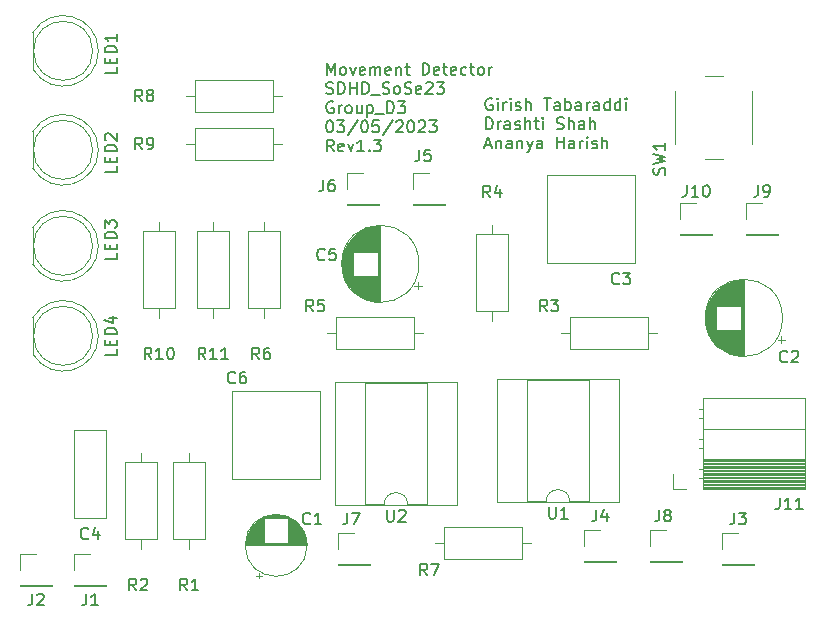
<source format=gbr>
%TF.GenerationSoftware,KiCad,Pcbnew,7.0.1*%
%TF.CreationDate,2023-05-02T20:05:28+02:00*%
%TF.ProjectId,Lab1_SDHD,4c616231-5f53-4444-9844-2e6b69636164,v 1.0*%
%TF.SameCoordinates,Original*%
%TF.FileFunction,Legend,Top*%
%TF.FilePolarity,Positive*%
%FSLAX46Y46*%
G04 Gerber Fmt 4.6, Leading zero omitted, Abs format (unit mm)*
G04 Created by KiCad (PCBNEW 7.0.1) date 2023-05-02 20:05:28*
%MOMM*%
%LPD*%
G01*
G04 APERTURE LIST*
%ADD10C,0.200000*%
%ADD11C,0.150000*%
%ADD12C,0.120000*%
G04 APERTURE END LIST*
D10*
X127670095Y-53011619D02*
X127670095Y-52011619D01*
X127670095Y-52011619D02*
X128003428Y-52725904D01*
X128003428Y-52725904D02*
X128336761Y-52011619D01*
X128336761Y-52011619D02*
X128336761Y-53011619D01*
X128955809Y-53011619D02*
X128860571Y-52964000D01*
X128860571Y-52964000D02*
X128812952Y-52916380D01*
X128812952Y-52916380D02*
X128765333Y-52821142D01*
X128765333Y-52821142D02*
X128765333Y-52535428D01*
X128765333Y-52535428D02*
X128812952Y-52440190D01*
X128812952Y-52440190D02*
X128860571Y-52392571D01*
X128860571Y-52392571D02*
X128955809Y-52344952D01*
X128955809Y-52344952D02*
X129098666Y-52344952D01*
X129098666Y-52344952D02*
X129193904Y-52392571D01*
X129193904Y-52392571D02*
X129241523Y-52440190D01*
X129241523Y-52440190D02*
X129289142Y-52535428D01*
X129289142Y-52535428D02*
X129289142Y-52821142D01*
X129289142Y-52821142D02*
X129241523Y-52916380D01*
X129241523Y-52916380D02*
X129193904Y-52964000D01*
X129193904Y-52964000D02*
X129098666Y-53011619D01*
X129098666Y-53011619D02*
X128955809Y-53011619D01*
X129622476Y-52344952D02*
X129860571Y-53011619D01*
X129860571Y-53011619D02*
X130098666Y-52344952D01*
X130860571Y-52964000D02*
X130765333Y-53011619D01*
X130765333Y-53011619D02*
X130574857Y-53011619D01*
X130574857Y-53011619D02*
X130479619Y-52964000D01*
X130479619Y-52964000D02*
X130432000Y-52868761D01*
X130432000Y-52868761D02*
X130432000Y-52487809D01*
X130432000Y-52487809D02*
X130479619Y-52392571D01*
X130479619Y-52392571D02*
X130574857Y-52344952D01*
X130574857Y-52344952D02*
X130765333Y-52344952D01*
X130765333Y-52344952D02*
X130860571Y-52392571D01*
X130860571Y-52392571D02*
X130908190Y-52487809D01*
X130908190Y-52487809D02*
X130908190Y-52583047D01*
X130908190Y-52583047D02*
X130432000Y-52678285D01*
X131336762Y-53011619D02*
X131336762Y-52344952D01*
X131336762Y-52440190D02*
X131384381Y-52392571D01*
X131384381Y-52392571D02*
X131479619Y-52344952D01*
X131479619Y-52344952D02*
X131622476Y-52344952D01*
X131622476Y-52344952D02*
X131717714Y-52392571D01*
X131717714Y-52392571D02*
X131765333Y-52487809D01*
X131765333Y-52487809D02*
X131765333Y-53011619D01*
X131765333Y-52487809D02*
X131812952Y-52392571D01*
X131812952Y-52392571D02*
X131908190Y-52344952D01*
X131908190Y-52344952D02*
X132051047Y-52344952D01*
X132051047Y-52344952D02*
X132146286Y-52392571D01*
X132146286Y-52392571D02*
X132193905Y-52487809D01*
X132193905Y-52487809D02*
X132193905Y-53011619D01*
X133051047Y-52964000D02*
X132955809Y-53011619D01*
X132955809Y-53011619D02*
X132765333Y-53011619D01*
X132765333Y-53011619D02*
X132670095Y-52964000D01*
X132670095Y-52964000D02*
X132622476Y-52868761D01*
X132622476Y-52868761D02*
X132622476Y-52487809D01*
X132622476Y-52487809D02*
X132670095Y-52392571D01*
X132670095Y-52392571D02*
X132765333Y-52344952D01*
X132765333Y-52344952D02*
X132955809Y-52344952D01*
X132955809Y-52344952D02*
X133051047Y-52392571D01*
X133051047Y-52392571D02*
X133098666Y-52487809D01*
X133098666Y-52487809D02*
X133098666Y-52583047D01*
X133098666Y-52583047D02*
X132622476Y-52678285D01*
X133527238Y-52344952D02*
X133527238Y-53011619D01*
X133527238Y-52440190D02*
X133574857Y-52392571D01*
X133574857Y-52392571D02*
X133670095Y-52344952D01*
X133670095Y-52344952D02*
X133812952Y-52344952D01*
X133812952Y-52344952D02*
X133908190Y-52392571D01*
X133908190Y-52392571D02*
X133955809Y-52487809D01*
X133955809Y-52487809D02*
X133955809Y-53011619D01*
X134289143Y-52344952D02*
X134670095Y-52344952D01*
X134432000Y-52011619D02*
X134432000Y-52868761D01*
X134432000Y-52868761D02*
X134479619Y-52964000D01*
X134479619Y-52964000D02*
X134574857Y-53011619D01*
X134574857Y-53011619D02*
X134670095Y-53011619D01*
X135765334Y-53011619D02*
X135765334Y-52011619D01*
X135765334Y-52011619D02*
X136003429Y-52011619D01*
X136003429Y-52011619D02*
X136146286Y-52059238D01*
X136146286Y-52059238D02*
X136241524Y-52154476D01*
X136241524Y-52154476D02*
X136289143Y-52249714D01*
X136289143Y-52249714D02*
X136336762Y-52440190D01*
X136336762Y-52440190D02*
X136336762Y-52583047D01*
X136336762Y-52583047D02*
X136289143Y-52773523D01*
X136289143Y-52773523D02*
X136241524Y-52868761D01*
X136241524Y-52868761D02*
X136146286Y-52964000D01*
X136146286Y-52964000D02*
X136003429Y-53011619D01*
X136003429Y-53011619D02*
X135765334Y-53011619D01*
X137146286Y-52964000D02*
X137051048Y-53011619D01*
X137051048Y-53011619D02*
X136860572Y-53011619D01*
X136860572Y-53011619D02*
X136765334Y-52964000D01*
X136765334Y-52964000D02*
X136717715Y-52868761D01*
X136717715Y-52868761D02*
X136717715Y-52487809D01*
X136717715Y-52487809D02*
X136765334Y-52392571D01*
X136765334Y-52392571D02*
X136860572Y-52344952D01*
X136860572Y-52344952D02*
X137051048Y-52344952D01*
X137051048Y-52344952D02*
X137146286Y-52392571D01*
X137146286Y-52392571D02*
X137193905Y-52487809D01*
X137193905Y-52487809D02*
X137193905Y-52583047D01*
X137193905Y-52583047D02*
X136717715Y-52678285D01*
X137479620Y-52344952D02*
X137860572Y-52344952D01*
X137622477Y-52011619D02*
X137622477Y-52868761D01*
X137622477Y-52868761D02*
X137670096Y-52964000D01*
X137670096Y-52964000D02*
X137765334Y-53011619D01*
X137765334Y-53011619D02*
X137860572Y-53011619D01*
X138574858Y-52964000D02*
X138479620Y-53011619D01*
X138479620Y-53011619D02*
X138289144Y-53011619D01*
X138289144Y-53011619D02*
X138193906Y-52964000D01*
X138193906Y-52964000D02*
X138146287Y-52868761D01*
X138146287Y-52868761D02*
X138146287Y-52487809D01*
X138146287Y-52487809D02*
X138193906Y-52392571D01*
X138193906Y-52392571D02*
X138289144Y-52344952D01*
X138289144Y-52344952D02*
X138479620Y-52344952D01*
X138479620Y-52344952D02*
X138574858Y-52392571D01*
X138574858Y-52392571D02*
X138622477Y-52487809D01*
X138622477Y-52487809D02*
X138622477Y-52583047D01*
X138622477Y-52583047D02*
X138146287Y-52678285D01*
X139479620Y-52964000D02*
X139384382Y-53011619D01*
X139384382Y-53011619D02*
X139193906Y-53011619D01*
X139193906Y-53011619D02*
X139098668Y-52964000D01*
X139098668Y-52964000D02*
X139051049Y-52916380D01*
X139051049Y-52916380D02*
X139003430Y-52821142D01*
X139003430Y-52821142D02*
X139003430Y-52535428D01*
X139003430Y-52535428D02*
X139051049Y-52440190D01*
X139051049Y-52440190D02*
X139098668Y-52392571D01*
X139098668Y-52392571D02*
X139193906Y-52344952D01*
X139193906Y-52344952D02*
X139384382Y-52344952D01*
X139384382Y-52344952D02*
X139479620Y-52392571D01*
X139765335Y-52344952D02*
X140146287Y-52344952D01*
X139908192Y-52011619D02*
X139908192Y-52868761D01*
X139908192Y-52868761D02*
X139955811Y-52964000D01*
X139955811Y-52964000D02*
X140051049Y-53011619D01*
X140051049Y-53011619D02*
X140146287Y-53011619D01*
X140622478Y-53011619D02*
X140527240Y-52964000D01*
X140527240Y-52964000D02*
X140479621Y-52916380D01*
X140479621Y-52916380D02*
X140432002Y-52821142D01*
X140432002Y-52821142D02*
X140432002Y-52535428D01*
X140432002Y-52535428D02*
X140479621Y-52440190D01*
X140479621Y-52440190D02*
X140527240Y-52392571D01*
X140527240Y-52392571D02*
X140622478Y-52344952D01*
X140622478Y-52344952D02*
X140765335Y-52344952D01*
X140765335Y-52344952D02*
X140860573Y-52392571D01*
X140860573Y-52392571D02*
X140908192Y-52440190D01*
X140908192Y-52440190D02*
X140955811Y-52535428D01*
X140955811Y-52535428D02*
X140955811Y-52821142D01*
X140955811Y-52821142D02*
X140908192Y-52916380D01*
X140908192Y-52916380D02*
X140860573Y-52964000D01*
X140860573Y-52964000D02*
X140765335Y-53011619D01*
X140765335Y-53011619D02*
X140622478Y-53011619D01*
X141384383Y-53011619D02*
X141384383Y-52344952D01*
X141384383Y-52535428D02*
X141432002Y-52440190D01*
X141432002Y-52440190D02*
X141479621Y-52392571D01*
X141479621Y-52392571D02*
X141574859Y-52344952D01*
X141574859Y-52344952D02*
X141670097Y-52344952D01*
X127622476Y-54584000D02*
X127765333Y-54631619D01*
X127765333Y-54631619D02*
X128003428Y-54631619D01*
X128003428Y-54631619D02*
X128098666Y-54584000D01*
X128098666Y-54584000D02*
X128146285Y-54536380D01*
X128146285Y-54536380D02*
X128193904Y-54441142D01*
X128193904Y-54441142D02*
X128193904Y-54345904D01*
X128193904Y-54345904D02*
X128146285Y-54250666D01*
X128146285Y-54250666D02*
X128098666Y-54203047D01*
X128098666Y-54203047D02*
X128003428Y-54155428D01*
X128003428Y-54155428D02*
X127812952Y-54107809D01*
X127812952Y-54107809D02*
X127717714Y-54060190D01*
X127717714Y-54060190D02*
X127670095Y-54012571D01*
X127670095Y-54012571D02*
X127622476Y-53917333D01*
X127622476Y-53917333D02*
X127622476Y-53822095D01*
X127622476Y-53822095D02*
X127670095Y-53726857D01*
X127670095Y-53726857D02*
X127717714Y-53679238D01*
X127717714Y-53679238D02*
X127812952Y-53631619D01*
X127812952Y-53631619D02*
X128051047Y-53631619D01*
X128051047Y-53631619D02*
X128193904Y-53679238D01*
X128622476Y-54631619D02*
X128622476Y-53631619D01*
X128622476Y-53631619D02*
X128860571Y-53631619D01*
X128860571Y-53631619D02*
X129003428Y-53679238D01*
X129003428Y-53679238D02*
X129098666Y-53774476D01*
X129098666Y-53774476D02*
X129146285Y-53869714D01*
X129146285Y-53869714D02*
X129193904Y-54060190D01*
X129193904Y-54060190D02*
X129193904Y-54203047D01*
X129193904Y-54203047D02*
X129146285Y-54393523D01*
X129146285Y-54393523D02*
X129098666Y-54488761D01*
X129098666Y-54488761D02*
X129003428Y-54584000D01*
X129003428Y-54584000D02*
X128860571Y-54631619D01*
X128860571Y-54631619D02*
X128622476Y-54631619D01*
X129622476Y-54631619D02*
X129622476Y-53631619D01*
X129622476Y-54107809D02*
X130193904Y-54107809D01*
X130193904Y-54631619D02*
X130193904Y-53631619D01*
X130670095Y-54631619D02*
X130670095Y-53631619D01*
X130670095Y-53631619D02*
X130908190Y-53631619D01*
X130908190Y-53631619D02*
X131051047Y-53679238D01*
X131051047Y-53679238D02*
X131146285Y-53774476D01*
X131146285Y-53774476D02*
X131193904Y-53869714D01*
X131193904Y-53869714D02*
X131241523Y-54060190D01*
X131241523Y-54060190D02*
X131241523Y-54203047D01*
X131241523Y-54203047D02*
X131193904Y-54393523D01*
X131193904Y-54393523D02*
X131146285Y-54488761D01*
X131146285Y-54488761D02*
X131051047Y-54584000D01*
X131051047Y-54584000D02*
X130908190Y-54631619D01*
X130908190Y-54631619D02*
X130670095Y-54631619D01*
X131432000Y-54726857D02*
X132193904Y-54726857D01*
X132384381Y-54584000D02*
X132527238Y-54631619D01*
X132527238Y-54631619D02*
X132765333Y-54631619D01*
X132765333Y-54631619D02*
X132860571Y-54584000D01*
X132860571Y-54584000D02*
X132908190Y-54536380D01*
X132908190Y-54536380D02*
X132955809Y-54441142D01*
X132955809Y-54441142D02*
X132955809Y-54345904D01*
X132955809Y-54345904D02*
X132908190Y-54250666D01*
X132908190Y-54250666D02*
X132860571Y-54203047D01*
X132860571Y-54203047D02*
X132765333Y-54155428D01*
X132765333Y-54155428D02*
X132574857Y-54107809D01*
X132574857Y-54107809D02*
X132479619Y-54060190D01*
X132479619Y-54060190D02*
X132432000Y-54012571D01*
X132432000Y-54012571D02*
X132384381Y-53917333D01*
X132384381Y-53917333D02*
X132384381Y-53822095D01*
X132384381Y-53822095D02*
X132432000Y-53726857D01*
X132432000Y-53726857D02*
X132479619Y-53679238D01*
X132479619Y-53679238D02*
X132574857Y-53631619D01*
X132574857Y-53631619D02*
X132812952Y-53631619D01*
X132812952Y-53631619D02*
X132955809Y-53679238D01*
X133527238Y-54631619D02*
X133432000Y-54584000D01*
X133432000Y-54584000D02*
X133384381Y-54536380D01*
X133384381Y-54536380D02*
X133336762Y-54441142D01*
X133336762Y-54441142D02*
X133336762Y-54155428D01*
X133336762Y-54155428D02*
X133384381Y-54060190D01*
X133384381Y-54060190D02*
X133432000Y-54012571D01*
X133432000Y-54012571D02*
X133527238Y-53964952D01*
X133527238Y-53964952D02*
X133670095Y-53964952D01*
X133670095Y-53964952D02*
X133765333Y-54012571D01*
X133765333Y-54012571D02*
X133812952Y-54060190D01*
X133812952Y-54060190D02*
X133860571Y-54155428D01*
X133860571Y-54155428D02*
X133860571Y-54441142D01*
X133860571Y-54441142D02*
X133812952Y-54536380D01*
X133812952Y-54536380D02*
X133765333Y-54584000D01*
X133765333Y-54584000D02*
X133670095Y-54631619D01*
X133670095Y-54631619D02*
X133527238Y-54631619D01*
X134241524Y-54584000D02*
X134384381Y-54631619D01*
X134384381Y-54631619D02*
X134622476Y-54631619D01*
X134622476Y-54631619D02*
X134717714Y-54584000D01*
X134717714Y-54584000D02*
X134765333Y-54536380D01*
X134765333Y-54536380D02*
X134812952Y-54441142D01*
X134812952Y-54441142D02*
X134812952Y-54345904D01*
X134812952Y-54345904D02*
X134765333Y-54250666D01*
X134765333Y-54250666D02*
X134717714Y-54203047D01*
X134717714Y-54203047D02*
X134622476Y-54155428D01*
X134622476Y-54155428D02*
X134432000Y-54107809D01*
X134432000Y-54107809D02*
X134336762Y-54060190D01*
X134336762Y-54060190D02*
X134289143Y-54012571D01*
X134289143Y-54012571D02*
X134241524Y-53917333D01*
X134241524Y-53917333D02*
X134241524Y-53822095D01*
X134241524Y-53822095D02*
X134289143Y-53726857D01*
X134289143Y-53726857D02*
X134336762Y-53679238D01*
X134336762Y-53679238D02*
X134432000Y-53631619D01*
X134432000Y-53631619D02*
X134670095Y-53631619D01*
X134670095Y-53631619D02*
X134812952Y-53679238D01*
X135622476Y-54584000D02*
X135527238Y-54631619D01*
X135527238Y-54631619D02*
X135336762Y-54631619D01*
X135336762Y-54631619D02*
X135241524Y-54584000D01*
X135241524Y-54584000D02*
X135193905Y-54488761D01*
X135193905Y-54488761D02*
X135193905Y-54107809D01*
X135193905Y-54107809D02*
X135241524Y-54012571D01*
X135241524Y-54012571D02*
X135336762Y-53964952D01*
X135336762Y-53964952D02*
X135527238Y-53964952D01*
X135527238Y-53964952D02*
X135622476Y-54012571D01*
X135622476Y-54012571D02*
X135670095Y-54107809D01*
X135670095Y-54107809D02*
X135670095Y-54203047D01*
X135670095Y-54203047D02*
X135193905Y-54298285D01*
X136051048Y-53726857D02*
X136098667Y-53679238D01*
X136098667Y-53679238D02*
X136193905Y-53631619D01*
X136193905Y-53631619D02*
X136432000Y-53631619D01*
X136432000Y-53631619D02*
X136527238Y-53679238D01*
X136527238Y-53679238D02*
X136574857Y-53726857D01*
X136574857Y-53726857D02*
X136622476Y-53822095D01*
X136622476Y-53822095D02*
X136622476Y-53917333D01*
X136622476Y-53917333D02*
X136574857Y-54060190D01*
X136574857Y-54060190D02*
X136003429Y-54631619D01*
X136003429Y-54631619D02*
X136622476Y-54631619D01*
X136955810Y-53631619D02*
X137574857Y-53631619D01*
X137574857Y-53631619D02*
X137241524Y-54012571D01*
X137241524Y-54012571D02*
X137384381Y-54012571D01*
X137384381Y-54012571D02*
X137479619Y-54060190D01*
X137479619Y-54060190D02*
X137527238Y-54107809D01*
X137527238Y-54107809D02*
X137574857Y-54203047D01*
X137574857Y-54203047D02*
X137574857Y-54441142D01*
X137574857Y-54441142D02*
X137527238Y-54536380D01*
X137527238Y-54536380D02*
X137479619Y-54584000D01*
X137479619Y-54584000D02*
X137384381Y-54631619D01*
X137384381Y-54631619D02*
X137098667Y-54631619D01*
X137098667Y-54631619D02*
X137003429Y-54584000D01*
X137003429Y-54584000D02*
X136955810Y-54536380D01*
X128193904Y-55299238D02*
X128098666Y-55251619D01*
X128098666Y-55251619D02*
X127955809Y-55251619D01*
X127955809Y-55251619D02*
X127812952Y-55299238D01*
X127812952Y-55299238D02*
X127717714Y-55394476D01*
X127717714Y-55394476D02*
X127670095Y-55489714D01*
X127670095Y-55489714D02*
X127622476Y-55680190D01*
X127622476Y-55680190D02*
X127622476Y-55823047D01*
X127622476Y-55823047D02*
X127670095Y-56013523D01*
X127670095Y-56013523D02*
X127717714Y-56108761D01*
X127717714Y-56108761D02*
X127812952Y-56204000D01*
X127812952Y-56204000D02*
X127955809Y-56251619D01*
X127955809Y-56251619D02*
X128051047Y-56251619D01*
X128051047Y-56251619D02*
X128193904Y-56204000D01*
X128193904Y-56204000D02*
X128241523Y-56156380D01*
X128241523Y-56156380D02*
X128241523Y-55823047D01*
X128241523Y-55823047D02*
X128051047Y-55823047D01*
X128670095Y-56251619D02*
X128670095Y-55584952D01*
X128670095Y-55775428D02*
X128717714Y-55680190D01*
X128717714Y-55680190D02*
X128765333Y-55632571D01*
X128765333Y-55632571D02*
X128860571Y-55584952D01*
X128860571Y-55584952D02*
X128955809Y-55584952D01*
X129432000Y-56251619D02*
X129336762Y-56204000D01*
X129336762Y-56204000D02*
X129289143Y-56156380D01*
X129289143Y-56156380D02*
X129241524Y-56061142D01*
X129241524Y-56061142D02*
X129241524Y-55775428D01*
X129241524Y-55775428D02*
X129289143Y-55680190D01*
X129289143Y-55680190D02*
X129336762Y-55632571D01*
X129336762Y-55632571D02*
X129432000Y-55584952D01*
X129432000Y-55584952D02*
X129574857Y-55584952D01*
X129574857Y-55584952D02*
X129670095Y-55632571D01*
X129670095Y-55632571D02*
X129717714Y-55680190D01*
X129717714Y-55680190D02*
X129765333Y-55775428D01*
X129765333Y-55775428D02*
X129765333Y-56061142D01*
X129765333Y-56061142D02*
X129717714Y-56156380D01*
X129717714Y-56156380D02*
X129670095Y-56204000D01*
X129670095Y-56204000D02*
X129574857Y-56251619D01*
X129574857Y-56251619D02*
X129432000Y-56251619D01*
X130622476Y-55584952D02*
X130622476Y-56251619D01*
X130193905Y-55584952D02*
X130193905Y-56108761D01*
X130193905Y-56108761D02*
X130241524Y-56204000D01*
X130241524Y-56204000D02*
X130336762Y-56251619D01*
X130336762Y-56251619D02*
X130479619Y-56251619D01*
X130479619Y-56251619D02*
X130574857Y-56204000D01*
X130574857Y-56204000D02*
X130622476Y-56156380D01*
X131098667Y-55584952D02*
X131098667Y-56584952D01*
X131098667Y-55632571D02*
X131193905Y-55584952D01*
X131193905Y-55584952D02*
X131384381Y-55584952D01*
X131384381Y-55584952D02*
X131479619Y-55632571D01*
X131479619Y-55632571D02*
X131527238Y-55680190D01*
X131527238Y-55680190D02*
X131574857Y-55775428D01*
X131574857Y-55775428D02*
X131574857Y-56061142D01*
X131574857Y-56061142D02*
X131527238Y-56156380D01*
X131527238Y-56156380D02*
X131479619Y-56204000D01*
X131479619Y-56204000D02*
X131384381Y-56251619D01*
X131384381Y-56251619D02*
X131193905Y-56251619D01*
X131193905Y-56251619D02*
X131098667Y-56204000D01*
X131765334Y-56346857D02*
X132527238Y-56346857D01*
X132765334Y-56251619D02*
X132765334Y-55251619D01*
X132765334Y-55251619D02*
X133003429Y-55251619D01*
X133003429Y-55251619D02*
X133146286Y-55299238D01*
X133146286Y-55299238D02*
X133241524Y-55394476D01*
X133241524Y-55394476D02*
X133289143Y-55489714D01*
X133289143Y-55489714D02*
X133336762Y-55680190D01*
X133336762Y-55680190D02*
X133336762Y-55823047D01*
X133336762Y-55823047D02*
X133289143Y-56013523D01*
X133289143Y-56013523D02*
X133241524Y-56108761D01*
X133241524Y-56108761D02*
X133146286Y-56204000D01*
X133146286Y-56204000D02*
X133003429Y-56251619D01*
X133003429Y-56251619D02*
X132765334Y-56251619D01*
X133670096Y-55251619D02*
X134289143Y-55251619D01*
X134289143Y-55251619D02*
X133955810Y-55632571D01*
X133955810Y-55632571D02*
X134098667Y-55632571D01*
X134098667Y-55632571D02*
X134193905Y-55680190D01*
X134193905Y-55680190D02*
X134241524Y-55727809D01*
X134241524Y-55727809D02*
X134289143Y-55823047D01*
X134289143Y-55823047D02*
X134289143Y-56061142D01*
X134289143Y-56061142D02*
X134241524Y-56156380D01*
X134241524Y-56156380D02*
X134193905Y-56204000D01*
X134193905Y-56204000D02*
X134098667Y-56251619D01*
X134098667Y-56251619D02*
X133812953Y-56251619D01*
X133812953Y-56251619D02*
X133717715Y-56204000D01*
X133717715Y-56204000D02*
X133670096Y-56156380D01*
X127860571Y-56871619D02*
X127955809Y-56871619D01*
X127955809Y-56871619D02*
X128051047Y-56919238D01*
X128051047Y-56919238D02*
X128098666Y-56966857D01*
X128098666Y-56966857D02*
X128146285Y-57062095D01*
X128146285Y-57062095D02*
X128193904Y-57252571D01*
X128193904Y-57252571D02*
X128193904Y-57490666D01*
X128193904Y-57490666D02*
X128146285Y-57681142D01*
X128146285Y-57681142D02*
X128098666Y-57776380D01*
X128098666Y-57776380D02*
X128051047Y-57824000D01*
X128051047Y-57824000D02*
X127955809Y-57871619D01*
X127955809Y-57871619D02*
X127860571Y-57871619D01*
X127860571Y-57871619D02*
X127765333Y-57824000D01*
X127765333Y-57824000D02*
X127717714Y-57776380D01*
X127717714Y-57776380D02*
X127670095Y-57681142D01*
X127670095Y-57681142D02*
X127622476Y-57490666D01*
X127622476Y-57490666D02*
X127622476Y-57252571D01*
X127622476Y-57252571D02*
X127670095Y-57062095D01*
X127670095Y-57062095D02*
X127717714Y-56966857D01*
X127717714Y-56966857D02*
X127765333Y-56919238D01*
X127765333Y-56919238D02*
X127860571Y-56871619D01*
X128527238Y-56871619D02*
X129146285Y-56871619D01*
X129146285Y-56871619D02*
X128812952Y-57252571D01*
X128812952Y-57252571D02*
X128955809Y-57252571D01*
X128955809Y-57252571D02*
X129051047Y-57300190D01*
X129051047Y-57300190D02*
X129098666Y-57347809D01*
X129098666Y-57347809D02*
X129146285Y-57443047D01*
X129146285Y-57443047D02*
X129146285Y-57681142D01*
X129146285Y-57681142D02*
X129098666Y-57776380D01*
X129098666Y-57776380D02*
X129051047Y-57824000D01*
X129051047Y-57824000D02*
X128955809Y-57871619D01*
X128955809Y-57871619D02*
X128670095Y-57871619D01*
X128670095Y-57871619D02*
X128574857Y-57824000D01*
X128574857Y-57824000D02*
X128527238Y-57776380D01*
X130289142Y-56824000D02*
X129432000Y-58109714D01*
X130812952Y-56871619D02*
X130908190Y-56871619D01*
X130908190Y-56871619D02*
X131003428Y-56919238D01*
X131003428Y-56919238D02*
X131051047Y-56966857D01*
X131051047Y-56966857D02*
X131098666Y-57062095D01*
X131098666Y-57062095D02*
X131146285Y-57252571D01*
X131146285Y-57252571D02*
X131146285Y-57490666D01*
X131146285Y-57490666D02*
X131098666Y-57681142D01*
X131098666Y-57681142D02*
X131051047Y-57776380D01*
X131051047Y-57776380D02*
X131003428Y-57824000D01*
X131003428Y-57824000D02*
X130908190Y-57871619D01*
X130908190Y-57871619D02*
X130812952Y-57871619D01*
X130812952Y-57871619D02*
X130717714Y-57824000D01*
X130717714Y-57824000D02*
X130670095Y-57776380D01*
X130670095Y-57776380D02*
X130622476Y-57681142D01*
X130622476Y-57681142D02*
X130574857Y-57490666D01*
X130574857Y-57490666D02*
X130574857Y-57252571D01*
X130574857Y-57252571D02*
X130622476Y-57062095D01*
X130622476Y-57062095D02*
X130670095Y-56966857D01*
X130670095Y-56966857D02*
X130717714Y-56919238D01*
X130717714Y-56919238D02*
X130812952Y-56871619D01*
X132051047Y-56871619D02*
X131574857Y-56871619D01*
X131574857Y-56871619D02*
X131527238Y-57347809D01*
X131527238Y-57347809D02*
X131574857Y-57300190D01*
X131574857Y-57300190D02*
X131670095Y-57252571D01*
X131670095Y-57252571D02*
X131908190Y-57252571D01*
X131908190Y-57252571D02*
X132003428Y-57300190D01*
X132003428Y-57300190D02*
X132051047Y-57347809D01*
X132051047Y-57347809D02*
X132098666Y-57443047D01*
X132098666Y-57443047D02*
X132098666Y-57681142D01*
X132098666Y-57681142D02*
X132051047Y-57776380D01*
X132051047Y-57776380D02*
X132003428Y-57824000D01*
X132003428Y-57824000D02*
X131908190Y-57871619D01*
X131908190Y-57871619D02*
X131670095Y-57871619D01*
X131670095Y-57871619D02*
X131574857Y-57824000D01*
X131574857Y-57824000D02*
X131527238Y-57776380D01*
X133241523Y-56824000D02*
X132384381Y-58109714D01*
X133527238Y-56966857D02*
X133574857Y-56919238D01*
X133574857Y-56919238D02*
X133670095Y-56871619D01*
X133670095Y-56871619D02*
X133908190Y-56871619D01*
X133908190Y-56871619D02*
X134003428Y-56919238D01*
X134003428Y-56919238D02*
X134051047Y-56966857D01*
X134051047Y-56966857D02*
X134098666Y-57062095D01*
X134098666Y-57062095D02*
X134098666Y-57157333D01*
X134098666Y-57157333D02*
X134051047Y-57300190D01*
X134051047Y-57300190D02*
X133479619Y-57871619D01*
X133479619Y-57871619D02*
X134098666Y-57871619D01*
X134717714Y-56871619D02*
X134812952Y-56871619D01*
X134812952Y-56871619D02*
X134908190Y-56919238D01*
X134908190Y-56919238D02*
X134955809Y-56966857D01*
X134955809Y-56966857D02*
X135003428Y-57062095D01*
X135003428Y-57062095D02*
X135051047Y-57252571D01*
X135051047Y-57252571D02*
X135051047Y-57490666D01*
X135051047Y-57490666D02*
X135003428Y-57681142D01*
X135003428Y-57681142D02*
X134955809Y-57776380D01*
X134955809Y-57776380D02*
X134908190Y-57824000D01*
X134908190Y-57824000D02*
X134812952Y-57871619D01*
X134812952Y-57871619D02*
X134717714Y-57871619D01*
X134717714Y-57871619D02*
X134622476Y-57824000D01*
X134622476Y-57824000D02*
X134574857Y-57776380D01*
X134574857Y-57776380D02*
X134527238Y-57681142D01*
X134527238Y-57681142D02*
X134479619Y-57490666D01*
X134479619Y-57490666D02*
X134479619Y-57252571D01*
X134479619Y-57252571D02*
X134527238Y-57062095D01*
X134527238Y-57062095D02*
X134574857Y-56966857D01*
X134574857Y-56966857D02*
X134622476Y-56919238D01*
X134622476Y-56919238D02*
X134717714Y-56871619D01*
X135432000Y-56966857D02*
X135479619Y-56919238D01*
X135479619Y-56919238D02*
X135574857Y-56871619D01*
X135574857Y-56871619D02*
X135812952Y-56871619D01*
X135812952Y-56871619D02*
X135908190Y-56919238D01*
X135908190Y-56919238D02*
X135955809Y-56966857D01*
X135955809Y-56966857D02*
X136003428Y-57062095D01*
X136003428Y-57062095D02*
X136003428Y-57157333D01*
X136003428Y-57157333D02*
X135955809Y-57300190D01*
X135955809Y-57300190D02*
X135384381Y-57871619D01*
X135384381Y-57871619D02*
X136003428Y-57871619D01*
X136336762Y-56871619D02*
X136955809Y-56871619D01*
X136955809Y-56871619D02*
X136622476Y-57252571D01*
X136622476Y-57252571D02*
X136765333Y-57252571D01*
X136765333Y-57252571D02*
X136860571Y-57300190D01*
X136860571Y-57300190D02*
X136908190Y-57347809D01*
X136908190Y-57347809D02*
X136955809Y-57443047D01*
X136955809Y-57443047D02*
X136955809Y-57681142D01*
X136955809Y-57681142D02*
X136908190Y-57776380D01*
X136908190Y-57776380D02*
X136860571Y-57824000D01*
X136860571Y-57824000D02*
X136765333Y-57871619D01*
X136765333Y-57871619D02*
X136479619Y-57871619D01*
X136479619Y-57871619D02*
X136384381Y-57824000D01*
X136384381Y-57824000D02*
X136336762Y-57776380D01*
X128241523Y-59491619D02*
X127908190Y-59015428D01*
X127670095Y-59491619D02*
X127670095Y-58491619D01*
X127670095Y-58491619D02*
X128051047Y-58491619D01*
X128051047Y-58491619D02*
X128146285Y-58539238D01*
X128146285Y-58539238D02*
X128193904Y-58586857D01*
X128193904Y-58586857D02*
X128241523Y-58682095D01*
X128241523Y-58682095D02*
X128241523Y-58824952D01*
X128241523Y-58824952D02*
X128193904Y-58920190D01*
X128193904Y-58920190D02*
X128146285Y-58967809D01*
X128146285Y-58967809D02*
X128051047Y-59015428D01*
X128051047Y-59015428D02*
X127670095Y-59015428D01*
X129051047Y-59444000D02*
X128955809Y-59491619D01*
X128955809Y-59491619D02*
X128765333Y-59491619D01*
X128765333Y-59491619D02*
X128670095Y-59444000D01*
X128670095Y-59444000D02*
X128622476Y-59348761D01*
X128622476Y-59348761D02*
X128622476Y-58967809D01*
X128622476Y-58967809D02*
X128670095Y-58872571D01*
X128670095Y-58872571D02*
X128765333Y-58824952D01*
X128765333Y-58824952D02*
X128955809Y-58824952D01*
X128955809Y-58824952D02*
X129051047Y-58872571D01*
X129051047Y-58872571D02*
X129098666Y-58967809D01*
X129098666Y-58967809D02*
X129098666Y-59063047D01*
X129098666Y-59063047D02*
X128622476Y-59158285D01*
X129432000Y-58824952D02*
X129670095Y-59491619D01*
X129670095Y-59491619D02*
X129908190Y-58824952D01*
X130812952Y-59491619D02*
X130241524Y-59491619D01*
X130527238Y-59491619D02*
X130527238Y-58491619D01*
X130527238Y-58491619D02*
X130432000Y-58634476D01*
X130432000Y-58634476D02*
X130336762Y-58729714D01*
X130336762Y-58729714D02*
X130241524Y-58777333D01*
X131241524Y-59396380D02*
X131289143Y-59444000D01*
X131289143Y-59444000D02*
X131241524Y-59491619D01*
X131241524Y-59491619D02*
X131193905Y-59444000D01*
X131193905Y-59444000D02*
X131241524Y-59396380D01*
X131241524Y-59396380D02*
X131241524Y-59491619D01*
X131622476Y-58491619D02*
X132241523Y-58491619D01*
X132241523Y-58491619D02*
X131908190Y-58872571D01*
X131908190Y-58872571D02*
X132051047Y-58872571D01*
X132051047Y-58872571D02*
X132146285Y-58920190D01*
X132146285Y-58920190D02*
X132193904Y-58967809D01*
X132193904Y-58967809D02*
X132241523Y-59063047D01*
X132241523Y-59063047D02*
X132241523Y-59301142D01*
X132241523Y-59301142D02*
X132193904Y-59396380D01*
X132193904Y-59396380D02*
X132146285Y-59444000D01*
X132146285Y-59444000D02*
X132051047Y-59491619D01*
X132051047Y-59491619D02*
X131765333Y-59491619D01*
X131765333Y-59491619D02*
X131670095Y-59444000D01*
X131670095Y-59444000D02*
X131622476Y-59396380D01*
X141655904Y-55045238D02*
X141560666Y-54997619D01*
X141560666Y-54997619D02*
X141417809Y-54997619D01*
X141417809Y-54997619D02*
X141274952Y-55045238D01*
X141274952Y-55045238D02*
X141179714Y-55140476D01*
X141179714Y-55140476D02*
X141132095Y-55235714D01*
X141132095Y-55235714D02*
X141084476Y-55426190D01*
X141084476Y-55426190D02*
X141084476Y-55569047D01*
X141084476Y-55569047D02*
X141132095Y-55759523D01*
X141132095Y-55759523D02*
X141179714Y-55854761D01*
X141179714Y-55854761D02*
X141274952Y-55950000D01*
X141274952Y-55950000D02*
X141417809Y-55997619D01*
X141417809Y-55997619D02*
X141513047Y-55997619D01*
X141513047Y-55997619D02*
X141655904Y-55950000D01*
X141655904Y-55950000D02*
X141703523Y-55902380D01*
X141703523Y-55902380D02*
X141703523Y-55569047D01*
X141703523Y-55569047D02*
X141513047Y-55569047D01*
X142132095Y-55997619D02*
X142132095Y-55330952D01*
X142132095Y-54997619D02*
X142084476Y-55045238D01*
X142084476Y-55045238D02*
X142132095Y-55092857D01*
X142132095Y-55092857D02*
X142179714Y-55045238D01*
X142179714Y-55045238D02*
X142132095Y-54997619D01*
X142132095Y-54997619D02*
X142132095Y-55092857D01*
X142608285Y-55997619D02*
X142608285Y-55330952D01*
X142608285Y-55521428D02*
X142655904Y-55426190D01*
X142655904Y-55426190D02*
X142703523Y-55378571D01*
X142703523Y-55378571D02*
X142798761Y-55330952D01*
X142798761Y-55330952D02*
X142893999Y-55330952D01*
X143227333Y-55997619D02*
X143227333Y-55330952D01*
X143227333Y-54997619D02*
X143179714Y-55045238D01*
X143179714Y-55045238D02*
X143227333Y-55092857D01*
X143227333Y-55092857D02*
X143274952Y-55045238D01*
X143274952Y-55045238D02*
X143227333Y-54997619D01*
X143227333Y-54997619D02*
X143227333Y-55092857D01*
X143655904Y-55950000D02*
X143751142Y-55997619D01*
X143751142Y-55997619D02*
X143941618Y-55997619D01*
X143941618Y-55997619D02*
X144036856Y-55950000D01*
X144036856Y-55950000D02*
X144084475Y-55854761D01*
X144084475Y-55854761D02*
X144084475Y-55807142D01*
X144084475Y-55807142D02*
X144036856Y-55711904D01*
X144036856Y-55711904D02*
X143941618Y-55664285D01*
X143941618Y-55664285D02*
X143798761Y-55664285D01*
X143798761Y-55664285D02*
X143703523Y-55616666D01*
X143703523Y-55616666D02*
X143655904Y-55521428D01*
X143655904Y-55521428D02*
X143655904Y-55473809D01*
X143655904Y-55473809D02*
X143703523Y-55378571D01*
X143703523Y-55378571D02*
X143798761Y-55330952D01*
X143798761Y-55330952D02*
X143941618Y-55330952D01*
X143941618Y-55330952D02*
X144036856Y-55378571D01*
X144513047Y-55997619D02*
X144513047Y-54997619D01*
X144941618Y-55997619D02*
X144941618Y-55473809D01*
X144941618Y-55473809D02*
X144893999Y-55378571D01*
X144893999Y-55378571D02*
X144798761Y-55330952D01*
X144798761Y-55330952D02*
X144655904Y-55330952D01*
X144655904Y-55330952D02*
X144560666Y-55378571D01*
X144560666Y-55378571D02*
X144513047Y-55426190D01*
X146036857Y-54997619D02*
X146608285Y-54997619D01*
X146322571Y-55997619D02*
X146322571Y-54997619D01*
X147370190Y-55997619D02*
X147370190Y-55473809D01*
X147370190Y-55473809D02*
X147322571Y-55378571D01*
X147322571Y-55378571D02*
X147227333Y-55330952D01*
X147227333Y-55330952D02*
X147036857Y-55330952D01*
X147036857Y-55330952D02*
X146941619Y-55378571D01*
X147370190Y-55950000D02*
X147274952Y-55997619D01*
X147274952Y-55997619D02*
X147036857Y-55997619D01*
X147036857Y-55997619D02*
X146941619Y-55950000D01*
X146941619Y-55950000D02*
X146894000Y-55854761D01*
X146894000Y-55854761D02*
X146894000Y-55759523D01*
X146894000Y-55759523D02*
X146941619Y-55664285D01*
X146941619Y-55664285D02*
X147036857Y-55616666D01*
X147036857Y-55616666D02*
X147274952Y-55616666D01*
X147274952Y-55616666D02*
X147370190Y-55569047D01*
X147846381Y-55997619D02*
X147846381Y-54997619D01*
X147846381Y-55378571D02*
X147941619Y-55330952D01*
X147941619Y-55330952D02*
X148132095Y-55330952D01*
X148132095Y-55330952D02*
X148227333Y-55378571D01*
X148227333Y-55378571D02*
X148274952Y-55426190D01*
X148274952Y-55426190D02*
X148322571Y-55521428D01*
X148322571Y-55521428D02*
X148322571Y-55807142D01*
X148322571Y-55807142D02*
X148274952Y-55902380D01*
X148274952Y-55902380D02*
X148227333Y-55950000D01*
X148227333Y-55950000D02*
X148132095Y-55997619D01*
X148132095Y-55997619D02*
X147941619Y-55997619D01*
X147941619Y-55997619D02*
X147846381Y-55950000D01*
X149179714Y-55997619D02*
X149179714Y-55473809D01*
X149179714Y-55473809D02*
X149132095Y-55378571D01*
X149132095Y-55378571D02*
X149036857Y-55330952D01*
X149036857Y-55330952D02*
X148846381Y-55330952D01*
X148846381Y-55330952D02*
X148751143Y-55378571D01*
X149179714Y-55950000D02*
X149084476Y-55997619D01*
X149084476Y-55997619D02*
X148846381Y-55997619D01*
X148846381Y-55997619D02*
X148751143Y-55950000D01*
X148751143Y-55950000D02*
X148703524Y-55854761D01*
X148703524Y-55854761D02*
X148703524Y-55759523D01*
X148703524Y-55759523D02*
X148751143Y-55664285D01*
X148751143Y-55664285D02*
X148846381Y-55616666D01*
X148846381Y-55616666D02*
X149084476Y-55616666D01*
X149084476Y-55616666D02*
X149179714Y-55569047D01*
X149655905Y-55997619D02*
X149655905Y-55330952D01*
X149655905Y-55521428D02*
X149703524Y-55426190D01*
X149703524Y-55426190D02*
X149751143Y-55378571D01*
X149751143Y-55378571D02*
X149846381Y-55330952D01*
X149846381Y-55330952D02*
X149941619Y-55330952D01*
X150703524Y-55997619D02*
X150703524Y-55473809D01*
X150703524Y-55473809D02*
X150655905Y-55378571D01*
X150655905Y-55378571D02*
X150560667Y-55330952D01*
X150560667Y-55330952D02*
X150370191Y-55330952D01*
X150370191Y-55330952D02*
X150274953Y-55378571D01*
X150703524Y-55950000D02*
X150608286Y-55997619D01*
X150608286Y-55997619D02*
X150370191Y-55997619D01*
X150370191Y-55997619D02*
X150274953Y-55950000D01*
X150274953Y-55950000D02*
X150227334Y-55854761D01*
X150227334Y-55854761D02*
X150227334Y-55759523D01*
X150227334Y-55759523D02*
X150274953Y-55664285D01*
X150274953Y-55664285D02*
X150370191Y-55616666D01*
X150370191Y-55616666D02*
X150608286Y-55616666D01*
X150608286Y-55616666D02*
X150703524Y-55569047D01*
X151608286Y-55997619D02*
X151608286Y-54997619D01*
X151608286Y-55950000D02*
X151513048Y-55997619D01*
X151513048Y-55997619D02*
X151322572Y-55997619D01*
X151322572Y-55997619D02*
X151227334Y-55950000D01*
X151227334Y-55950000D02*
X151179715Y-55902380D01*
X151179715Y-55902380D02*
X151132096Y-55807142D01*
X151132096Y-55807142D02*
X151132096Y-55521428D01*
X151132096Y-55521428D02*
X151179715Y-55426190D01*
X151179715Y-55426190D02*
X151227334Y-55378571D01*
X151227334Y-55378571D02*
X151322572Y-55330952D01*
X151322572Y-55330952D02*
X151513048Y-55330952D01*
X151513048Y-55330952D02*
X151608286Y-55378571D01*
X152513048Y-55997619D02*
X152513048Y-54997619D01*
X152513048Y-55950000D02*
X152417810Y-55997619D01*
X152417810Y-55997619D02*
X152227334Y-55997619D01*
X152227334Y-55997619D02*
X152132096Y-55950000D01*
X152132096Y-55950000D02*
X152084477Y-55902380D01*
X152084477Y-55902380D02*
X152036858Y-55807142D01*
X152036858Y-55807142D02*
X152036858Y-55521428D01*
X152036858Y-55521428D02*
X152084477Y-55426190D01*
X152084477Y-55426190D02*
X152132096Y-55378571D01*
X152132096Y-55378571D02*
X152227334Y-55330952D01*
X152227334Y-55330952D02*
X152417810Y-55330952D01*
X152417810Y-55330952D02*
X152513048Y-55378571D01*
X152989239Y-55997619D02*
X152989239Y-55330952D01*
X152989239Y-54997619D02*
X152941620Y-55045238D01*
X152941620Y-55045238D02*
X152989239Y-55092857D01*
X152989239Y-55092857D02*
X153036858Y-55045238D01*
X153036858Y-55045238D02*
X152989239Y-54997619D01*
X152989239Y-54997619D02*
X152989239Y-55092857D01*
X141132095Y-57617619D02*
X141132095Y-56617619D01*
X141132095Y-56617619D02*
X141370190Y-56617619D01*
X141370190Y-56617619D02*
X141513047Y-56665238D01*
X141513047Y-56665238D02*
X141608285Y-56760476D01*
X141608285Y-56760476D02*
X141655904Y-56855714D01*
X141655904Y-56855714D02*
X141703523Y-57046190D01*
X141703523Y-57046190D02*
X141703523Y-57189047D01*
X141703523Y-57189047D02*
X141655904Y-57379523D01*
X141655904Y-57379523D02*
X141608285Y-57474761D01*
X141608285Y-57474761D02*
X141513047Y-57570000D01*
X141513047Y-57570000D02*
X141370190Y-57617619D01*
X141370190Y-57617619D02*
X141132095Y-57617619D01*
X142132095Y-57617619D02*
X142132095Y-56950952D01*
X142132095Y-57141428D02*
X142179714Y-57046190D01*
X142179714Y-57046190D02*
X142227333Y-56998571D01*
X142227333Y-56998571D02*
X142322571Y-56950952D01*
X142322571Y-56950952D02*
X142417809Y-56950952D01*
X143179714Y-57617619D02*
X143179714Y-57093809D01*
X143179714Y-57093809D02*
X143132095Y-56998571D01*
X143132095Y-56998571D02*
X143036857Y-56950952D01*
X143036857Y-56950952D02*
X142846381Y-56950952D01*
X142846381Y-56950952D02*
X142751143Y-56998571D01*
X143179714Y-57570000D02*
X143084476Y-57617619D01*
X143084476Y-57617619D02*
X142846381Y-57617619D01*
X142846381Y-57617619D02*
X142751143Y-57570000D01*
X142751143Y-57570000D02*
X142703524Y-57474761D01*
X142703524Y-57474761D02*
X142703524Y-57379523D01*
X142703524Y-57379523D02*
X142751143Y-57284285D01*
X142751143Y-57284285D02*
X142846381Y-57236666D01*
X142846381Y-57236666D02*
X143084476Y-57236666D01*
X143084476Y-57236666D02*
X143179714Y-57189047D01*
X143608286Y-57570000D02*
X143703524Y-57617619D01*
X143703524Y-57617619D02*
X143894000Y-57617619D01*
X143894000Y-57617619D02*
X143989238Y-57570000D01*
X143989238Y-57570000D02*
X144036857Y-57474761D01*
X144036857Y-57474761D02*
X144036857Y-57427142D01*
X144036857Y-57427142D02*
X143989238Y-57331904D01*
X143989238Y-57331904D02*
X143894000Y-57284285D01*
X143894000Y-57284285D02*
X143751143Y-57284285D01*
X143751143Y-57284285D02*
X143655905Y-57236666D01*
X143655905Y-57236666D02*
X143608286Y-57141428D01*
X143608286Y-57141428D02*
X143608286Y-57093809D01*
X143608286Y-57093809D02*
X143655905Y-56998571D01*
X143655905Y-56998571D02*
X143751143Y-56950952D01*
X143751143Y-56950952D02*
X143894000Y-56950952D01*
X143894000Y-56950952D02*
X143989238Y-56998571D01*
X144465429Y-57617619D02*
X144465429Y-56617619D01*
X144894000Y-57617619D02*
X144894000Y-57093809D01*
X144894000Y-57093809D02*
X144846381Y-56998571D01*
X144846381Y-56998571D02*
X144751143Y-56950952D01*
X144751143Y-56950952D02*
X144608286Y-56950952D01*
X144608286Y-56950952D02*
X144513048Y-56998571D01*
X144513048Y-56998571D02*
X144465429Y-57046190D01*
X145227334Y-56950952D02*
X145608286Y-56950952D01*
X145370191Y-56617619D02*
X145370191Y-57474761D01*
X145370191Y-57474761D02*
X145417810Y-57570000D01*
X145417810Y-57570000D02*
X145513048Y-57617619D01*
X145513048Y-57617619D02*
X145608286Y-57617619D01*
X145941620Y-57617619D02*
X145941620Y-56950952D01*
X145941620Y-56617619D02*
X145894001Y-56665238D01*
X145894001Y-56665238D02*
X145941620Y-56712857D01*
X145941620Y-56712857D02*
X145989239Y-56665238D01*
X145989239Y-56665238D02*
X145941620Y-56617619D01*
X145941620Y-56617619D02*
X145941620Y-56712857D01*
X147132096Y-57570000D02*
X147274953Y-57617619D01*
X147274953Y-57617619D02*
X147513048Y-57617619D01*
X147513048Y-57617619D02*
X147608286Y-57570000D01*
X147608286Y-57570000D02*
X147655905Y-57522380D01*
X147655905Y-57522380D02*
X147703524Y-57427142D01*
X147703524Y-57427142D02*
X147703524Y-57331904D01*
X147703524Y-57331904D02*
X147655905Y-57236666D01*
X147655905Y-57236666D02*
X147608286Y-57189047D01*
X147608286Y-57189047D02*
X147513048Y-57141428D01*
X147513048Y-57141428D02*
X147322572Y-57093809D01*
X147322572Y-57093809D02*
X147227334Y-57046190D01*
X147227334Y-57046190D02*
X147179715Y-56998571D01*
X147179715Y-56998571D02*
X147132096Y-56903333D01*
X147132096Y-56903333D02*
X147132096Y-56808095D01*
X147132096Y-56808095D02*
X147179715Y-56712857D01*
X147179715Y-56712857D02*
X147227334Y-56665238D01*
X147227334Y-56665238D02*
X147322572Y-56617619D01*
X147322572Y-56617619D02*
X147560667Y-56617619D01*
X147560667Y-56617619D02*
X147703524Y-56665238D01*
X148132096Y-57617619D02*
X148132096Y-56617619D01*
X148560667Y-57617619D02*
X148560667Y-57093809D01*
X148560667Y-57093809D02*
X148513048Y-56998571D01*
X148513048Y-56998571D02*
X148417810Y-56950952D01*
X148417810Y-56950952D02*
X148274953Y-56950952D01*
X148274953Y-56950952D02*
X148179715Y-56998571D01*
X148179715Y-56998571D02*
X148132096Y-57046190D01*
X149465429Y-57617619D02*
X149465429Y-57093809D01*
X149465429Y-57093809D02*
X149417810Y-56998571D01*
X149417810Y-56998571D02*
X149322572Y-56950952D01*
X149322572Y-56950952D02*
X149132096Y-56950952D01*
X149132096Y-56950952D02*
X149036858Y-56998571D01*
X149465429Y-57570000D02*
X149370191Y-57617619D01*
X149370191Y-57617619D02*
X149132096Y-57617619D01*
X149132096Y-57617619D02*
X149036858Y-57570000D01*
X149036858Y-57570000D02*
X148989239Y-57474761D01*
X148989239Y-57474761D02*
X148989239Y-57379523D01*
X148989239Y-57379523D02*
X149036858Y-57284285D01*
X149036858Y-57284285D02*
X149132096Y-57236666D01*
X149132096Y-57236666D02*
X149370191Y-57236666D01*
X149370191Y-57236666D02*
X149465429Y-57189047D01*
X149941620Y-57617619D02*
X149941620Y-56617619D01*
X150370191Y-57617619D02*
X150370191Y-57093809D01*
X150370191Y-57093809D02*
X150322572Y-56998571D01*
X150322572Y-56998571D02*
X150227334Y-56950952D01*
X150227334Y-56950952D02*
X150084477Y-56950952D01*
X150084477Y-56950952D02*
X149989239Y-56998571D01*
X149989239Y-56998571D02*
X149941620Y-57046190D01*
X141084476Y-58951904D02*
X141560666Y-58951904D01*
X140989238Y-59237619D02*
X141322571Y-58237619D01*
X141322571Y-58237619D02*
X141655904Y-59237619D01*
X141989238Y-58570952D02*
X141989238Y-59237619D01*
X141989238Y-58666190D02*
X142036857Y-58618571D01*
X142036857Y-58618571D02*
X142132095Y-58570952D01*
X142132095Y-58570952D02*
X142274952Y-58570952D01*
X142274952Y-58570952D02*
X142370190Y-58618571D01*
X142370190Y-58618571D02*
X142417809Y-58713809D01*
X142417809Y-58713809D02*
X142417809Y-59237619D01*
X143322571Y-59237619D02*
X143322571Y-58713809D01*
X143322571Y-58713809D02*
X143274952Y-58618571D01*
X143274952Y-58618571D02*
X143179714Y-58570952D01*
X143179714Y-58570952D02*
X142989238Y-58570952D01*
X142989238Y-58570952D02*
X142894000Y-58618571D01*
X143322571Y-59190000D02*
X143227333Y-59237619D01*
X143227333Y-59237619D02*
X142989238Y-59237619D01*
X142989238Y-59237619D02*
X142894000Y-59190000D01*
X142894000Y-59190000D02*
X142846381Y-59094761D01*
X142846381Y-59094761D02*
X142846381Y-58999523D01*
X142846381Y-58999523D02*
X142894000Y-58904285D01*
X142894000Y-58904285D02*
X142989238Y-58856666D01*
X142989238Y-58856666D02*
X143227333Y-58856666D01*
X143227333Y-58856666D02*
X143322571Y-58809047D01*
X143798762Y-58570952D02*
X143798762Y-59237619D01*
X143798762Y-58666190D02*
X143846381Y-58618571D01*
X143846381Y-58618571D02*
X143941619Y-58570952D01*
X143941619Y-58570952D02*
X144084476Y-58570952D01*
X144084476Y-58570952D02*
X144179714Y-58618571D01*
X144179714Y-58618571D02*
X144227333Y-58713809D01*
X144227333Y-58713809D02*
X144227333Y-59237619D01*
X144608286Y-58570952D02*
X144846381Y-59237619D01*
X145084476Y-58570952D02*
X144846381Y-59237619D01*
X144846381Y-59237619D02*
X144751143Y-59475714D01*
X144751143Y-59475714D02*
X144703524Y-59523333D01*
X144703524Y-59523333D02*
X144608286Y-59570952D01*
X145894000Y-59237619D02*
X145894000Y-58713809D01*
X145894000Y-58713809D02*
X145846381Y-58618571D01*
X145846381Y-58618571D02*
X145751143Y-58570952D01*
X145751143Y-58570952D02*
X145560667Y-58570952D01*
X145560667Y-58570952D02*
X145465429Y-58618571D01*
X145894000Y-59190000D02*
X145798762Y-59237619D01*
X145798762Y-59237619D02*
X145560667Y-59237619D01*
X145560667Y-59237619D02*
X145465429Y-59190000D01*
X145465429Y-59190000D02*
X145417810Y-59094761D01*
X145417810Y-59094761D02*
X145417810Y-58999523D01*
X145417810Y-58999523D02*
X145465429Y-58904285D01*
X145465429Y-58904285D02*
X145560667Y-58856666D01*
X145560667Y-58856666D02*
X145798762Y-58856666D01*
X145798762Y-58856666D02*
X145894000Y-58809047D01*
X147132096Y-59237619D02*
X147132096Y-58237619D01*
X147132096Y-58713809D02*
X147703524Y-58713809D01*
X147703524Y-59237619D02*
X147703524Y-58237619D01*
X148608286Y-59237619D02*
X148608286Y-58713809D01*
X148608286Y-58713809D02*
X148560667Y-58618571D01*
X148560667Y-58618571D02*
X148465429Y-58570952D01*
X148465429Y-58570952D02*
X148274953Y-58570952D01*
X148274953Y-58570952D02*
X148179715Y-58618571D01*
X148608286Y-59190000D02*
X148513048Y-59237619D01*
X148513048Y-59237619D02*
X148274953Y-59237619D01*
X148274953Y-59237619D02*
X148179715Y-59190000D01*
X148179715Y-59190000D02*
X148132096Y-59094761D01*
X148132096Y-59094761D02*
X148132096Y-58999523D01*
X148132096Y-58999523D02*
X148179715Y-58904285D01*
X148179715Y-58904285D02*
X148274953Y-58856666D01*
X148274953Y-58856666D02*
X148513048Y-58856666D01*
X148513048Y-58856666D02*
X148608286Y-58809047D01*
X149084477Y-59237619D02*
X149084477Y-58570952D01*
X149084477Y-58761428D02*
X149132096Y-58666190D01*
X149132096Y-58666190D02*
X149179715Y-58618571D01*
X149179715Y-58618571D02*
X149274953Y-58570952D01*
X149274953Y-58570952D02*
X149370191Y-58570952D01*
X149703525Y-59237619D02*
X149703525Y-58570952D01*
X149703525Y-58237619D02*
X149655906Y-58285238D01*
X149655906Y-58285238D02*
X149703525Y-58332857D01*
X149703525Y-58332857D02*
X149751144Y-58285238D01*
X149751144Y-58285238D02*
X149703525Y-58237619D01*
X149703525Y-58237619D02*
X149703525Y-58332857D01*
X150132096Y-59190000D02*
X150227334Y-59237619D01*
X150227334Y-59237619D02*
X150417810Y-59237619D01*
X150417810Y-59237619D02*
X150513048Y-59190000D01*
X150513048Y-59190000D02*
X150560667Y-59094761D01*
X150560667Y-59094761D02*
X150560667Y-59047142D01*
X150560667Y-59047142D02*
X150513048Y-58951904D01*
X150513048Y-58951904D02*
X150417810Y-58904285D01*
X150417810Y-58904285D02*
X150274953Y-58904285D01*
X150274953Y-58904285D02*
X150179715Y-58856666D01*
X150179715Y-58856666D02*
X150132096Y-58761428D01*
X150132096Y-58761428D02*
X150132096Y-58713809D01*
X150132096Y-58713809D02*
X150179715Y-58618571D01*
X150179715Y-58618571D02*
X150274953Y-58570952D01*
X150274953Y-58570952D02*
X150417810Y-58570952D01*
X150417810Y-58570952D02*
X150513048Y-58618571D01*
X150989239Y-59237619D02*
X150989239Y-58237619D01*
X151417810Y-59237619D02*
X151417810Y-58713809D01*
X151417810Y-58713809D02*
X151370191Y-58618571D01*
X151370191Y-58618571D02*
X151274953Y-58570952D01*
X151274953Y-58570952D02*
X151132096Y-58570952D01*
X151132096Y-58570952D02*
X151036858Y-58618571D01*
X151036858Y-58618571D02*
X150989239Y-58666190D01*
D11*
X127471713Y-68617380D02*
X127424094Y-68665000D01*
X127424094Y-68665000D02*
X127281237Y-68712619D01*
X127281237Y-68712619D02*
X127185999Y-68712619D01*
X127185999Y-68712619D02*
X127043142Y-68665000D01*
X127043142Y-68665000D02*
X126947904Y-68569761D01*
X126947904Y-68569761D02*
X126900285Y-68474523D01*
X126900285Y-68474523D02*
X126852666Y-68284047D01*
X126852666Y-68284047D02*
X126852666Y-68141190D01*
X126852666Y-68141190D02*
X126900285Y-67950714D01*
X126900285Y-67950714D02*
X126947904Y-67855476D01*
X126947904Y-67855476D02*
X127043142Y-67760238D01*
X127043142Y-67760238D02*
X127185999Y-67712619D01*
X127185999Y-67712619D02*
X127281237Y-67712619D01*
X127281237Y-67712619D02*
X127424094Y-67760238D01*
X127424094Y-67760238D02*
X127471713Y-67807857D01*
X128376475Y-67712619D02*
X127900285Y-67712619D01*
X127900285Y-67712619D02*
X127852666Y-68188809D01*
X127852666Y-68188809D02*
X127900285Y-68141190D01*
X127900285Y-68141190D02*
X127995523Y-68093571D01*
X127995523Y-68093571D02*
X128233618Y-68093571D01*
X128233618Y-68093571D02*
X128328856Y-68141190D01*
X128328856Y-68141190D02*
X128376475Y-68188809D01*
X128376475Y-68188809D02*
X128424094Y-68284047D01*
X128424094Y-68284047D02*
X128424094Y-68522142D01*
X128424094Y-68522142D02*
X128376475Y-68617380D01*
X128376475Y-68617380D02*
X128328856Y-68665000D01*
X128328856Y-68665000D02*
X128233618Y-68712619D01*
X128233618Y-68712619D02*
X127995523Y-68712619D01*
X127995523Y-68712619D02*
X127900285Y-68665000D01*
X127900285Y-68665000D02*
X127852666Y-68617380D01*
X107453333Y-92239380D02*
X107405714Y-92287000D01*
X107405714Y-92287000D02*
X107262857Y-92334619D01*
X107262857Y-92334619D02*
X107167619Y-92334619D01*
X107167619Y-92334619D02*
X107024762Y-92287000D01*
X107024762Y-92287000D02*
X106929524Y-92191761D01*
X106929524Y-92191761D02*
X106881905Y-92096523D01*
X106881905Y-92096523D02*
X106834286Y-91906047D01*
X106834286Y-91906047D02*
X106834286Y-91763190D01*
X106834286Y-91763190D02*
X106881905Y-91572714D01*
X106881905Y-91572714D02*
X106929524Y-91477476D01*
X106929524Y-91477476D02*
X107024762Y-91382238D01*
X107024762Y-91382238D02*
X107167619Y-91334619D01*
X107167619Y-91334619D02*
X107262857Y-91334619D01*
X107262857Y-91334619D02*
X107405714Y-91382238D01*
X107405714Y-91382238D02*
X107453333Y-91429857D01*
X108310476Y-91667952D02*
X108310476Y-92334619D01*
X108072381Y-91287000D02*
X107834286Y-92001285D01*
X107834286Y-92001285D02*
X108453333Y-92001285D01*
X141489333Y-63378619D02*
X141156000Y-62902428D01*
X140917905Y-63378619D02*
X140917905Y-62378619D01*
X140917905Y-62378619D02*
X141298857Y-62378619D01*
X141298857Y-62378619D02*
X141394095Y-62426238D01*
X141394095Y-62426238D02*
X141441714Y-62473857D01*
X141441714Y-62473857D02*
X141489333Y-62569095D01*
X141489333Y-62569095D02*
X141489333Y-62711952D01*
X141489333Y-62711952D02*
X141441714Y-62807190D01*
X141441714Y-62807190D02*
X141394095Y-62854809D01*
X141394095Y-62854809D02*
X141298857Y-62902428D01*
X141298857Y-62902428D02*
X140917905Y-62902428D01*
X142346476Y-62711952D02*
X142346476Y-63378619D01*
X142108381Y-62331000D02*
X141870286Y-63045285D01*
X141870286Y-63045285D02*
X142489333Y-63045285D01*
X112819142Y-77094619D02*
X112485809Y-76618428D01*
X112247714Y-77094619D02*
X112247714Y-76094619D01*
X112247714Y-76094619D02*
X112628666Y-76094619D01*
X112628666Y-76094619D02*
X112723904Y-76142238D01*
X112723904Y-76142238D02*
X112771523Y-76189857D01*
X112771523Y-76189857D02*
X112819142Y-76285095D01*
X112819142Y-76285095D02*
X112819142Y-76427952D01*
X112819142Y-76427952D02*
X112771523Y-76523190D01*
X112771523Y-76523190D02*
X112723904Y-76570809D01*
X112723904Y-76570809D02*
X112628666Y-76618428D01*
X112628666Y-76618428D02*
X112247714Y-76618428D01*
X113771523Y-77094619D02*
X113200095Y-77094619D01*
X113485809Y-77094619D02*
X113485809Y-76094619D01*
X113485809Y-76094619D02*
X113390571Y-76237476D01*
X113390571Y-76237476D02*
X113295333Y-76332714D01*
X113295333Y-76332714D02*
X113200095Y-76380333D01*
X114390571Y-76094619D02*
X114485809Y-76094619D01*
X114485809Y-76094619D02*
X114581047Y-76142238D01*
X114581047Y-76142238D02*
X114628666Y-76189857D01*
X114628666Y-76189857D02*
X114676285Y-76285095D01*
X114676285Y-76285095D02*
X114723904Y-76475571D01*
X114723904Y-76475571D02*
X114723904Y-76713666D01*
X114723904Y-76713666D02*
X114676285Y-76904142D01*
X114676285Y-76904142D02*
X114628666Y-76999380D01*
X114628666Y-76999380D02*
X114581047Y-77047000D01*
X114581047Y-77047000D02*
X114485809Y-77094619D01*
X114485809Y-77094619D02*
X114390571Y-77094619D01*
X114390571Y-77094619D02*
X114295333Y-77047000D01*
X114295333Y-77047000D02*
X114247714Y-76999380D01*
X114247714Y-76999380D02*
X114200095Y-76904142D01*
X114200095Y-76904142D02*
X114152476Y-76713666D01*
X114152476Y-76713666D02*
X114152476Y-76475571D01*
X114152476Y-76475571D02*
X114200095Y-76285095D01*
X114200095Y-76285095D02*
X114247714Y-76189857D01*
X114247714Y-76189857D02*
X114295333Y-76142238D01*
X114295333Y-76142238D02*
X114390571Y-76094619D01*
X109865619Y-52351047D02*
X109865619Y-52827237D01*
X109865619Y-52827237D02*
X108865619Y-52827237D01*
X109341809Y-52017713D02*
X109341809Y-51684380D01*
X109865619Y-51541523D02*
X109865619Y-52017713D01*
X109865619Y-52017713D02*
X108865619Y-52017713D01*
X108865619Y-52017713D02*
X108865619Y-51541523D01*
X109865619Y-51112951D02*
X108865619Y-51112951D01*
X108865619Y-51112951D02*
X108865619Y-50874856D01*
X108865619Y-50874856D02*
X108913238Y-50731999D01*
X108913238Y-50731999D02*
X109008476Y-50636761D01*
X109008476Y-50636761D02*
X109103714Y-50589142D01*
X109103714Y-50589142D02*
X109294190Y-50541523D01*
X109294190Y-50541523D02*
X109437047Y-50541523D01*
X109437047Y-50541523D02*
X109627523Y-50589142D01*
X109627523Y-50589142D02*
X109722761Y-50636761D01*
X109722761Y-50636761D02*
X109818000Y-50731999D01*
X109818000Y-50731999D02*
X109865619Y-50874856D01*
X109865619Y-50874856D02*
X109865619Y-51112951D01*
X109865619Y-49589142D02*
X109865619Y-50160570D01*
X109865619Y-49874856D02*
X108865619Y-49874856D01*
X108865619Y-49874856D02*
X109008476Y-49970094D01*
X109008476Y-49970094D02*
X109103714Y-50065332D01*
X109103714Y-50065332D02*
X109151333Y-50160570D01*
X102714666Y-96922619D02*
X102714666Y-97636904D01*
X102714666Y-97636904D02*
X102667047Y-97779761D01*
X102667047Y-97779761D02*
X102571809Y-97875000D01*
X102571809Y-97875000D02*
X102428952Y-97922619D01*
X102428952Y-97922619D02*
X102333714Y-97922619D01*
X103143238Y-97017857D02*
X103190857Y-96970238D01*
X103190857Y-96970238D02*
X103286095Y-96922619D01*
X103286095Y-96922619D02*
X103524190Y-96922619D01*
X103524190Y-96922619D02*
X103619428Y-96970238D01*
X103619428Y-96970238D02*
X103667047Y-97017857D01*
X103667047Y-97017857D02*
X103714666Y-97113095D01*
X103714666Y-97113095D02*
X103714666Y-97208333D01*
X103714666Y-97208333D02*
X103667047Y-97351190D01*
X103667047Y-97351190D02*
X103095619Y-97922619D01*
X103095619Y-97922619D02*
X103714666Y-97922619D01*
X158118476Y-62334619D02*
X158118476Y-63048904D01*
X158118476Y-63048904D02*
X158070857Y-63191761D01*
X158070857Y-63191761D02*
X157975619Y-63287000D01*
X157975619Y-63287000D02*
X157832762Y-63334619D01*
X157832762Y-63334619D02*
X157737524Y-63334619D01*
X159118476Y-63334619D02*
X158547048Y-63334619D01*
X158832762Y-63334619D02*
X158832762Y-62334619D01*
X158832762Y-62334619D02*
X158737524Y-62477476D01*
X158737524Y-62477476D02*
X158642286Y-62572714D01*
X158642286Y-62572714D02*
X158547048Y-62620333D01*
X159737524Y-62334619D02*
X159832762Y-62334619D01*
X159832762Y-62334619D02*
X159928000Y-62382238D01*
X159928000Y-62382238D02*
X159975619Y-62429857D01*
X159975619Y-62429857D02*
X160023238Y-62525095D01*
X160023238Y-62525095D02*
X160070857Y-62715571D01*
X160070857Y-62715571D02*
X160070857Y-62953666D01*
X160070857Y-62953666D02*
X160023238Y-63144142D01*
X160023238Y-63144142D02*
X159975619Y-63239380D01*
X159975619Y-63239380D02*
X159928000Y-63287000D01*
X159928000Y-63287000D02*
X159832762Y-63334619D01*
X159832762Y-63334619D02*
X159737524Y-63334619D01*
X159737524Y-63334619D02*
X159642286Y-63287000D01*
X159642286Y-63287000D02*
X159594667Y-63239380D01*
X159594667Y-63239380D02*
X159547048Y-63144142D01*
X159547048Y-63144142D02*
X159499429Y-62953666D01*
X159499429Y-62953666D02*
X159499429Y-62715571D01*
X159499429Y-62715571D02*
X159547048Y-62525095D01*
X159547048Y-62525095D02*
X159594667Y-62429857D01*
X159594667Y-62429857D02*
X159642286Y-62382238D01*
X159642286Y-62382238D02*
X159737524Y-62334619D01*
X107286666Y-96922619D02*
X107286666Y-97636904D01*
X107286666Y-97636904D02*
X107239047Y-97779761D01*
X107239047Y-97779761D02*
X107143809Y-97875000D01*
X107143809Y-97875000D02*
X107000952Y-97922619D01*
X107000952Y-97922619D02*
X106905714Y-97922619D01*
X108286666Y-97922619D02*
X107715238Y-97922619D01*
X108000952Y-97922619D02*
X108000952Y-96922619D01*
X108000952Y-96922619D02*
X107905714Y-97065476D01*
X107905714Y-97065476D02*
X107810476Y-97160714D01*
X107810476Y-97160714D02*
X107715238Y-97208333D01*
X112025333Y-55250619D02*
X111692000Y-54774428D01*
X111453905Y-55250619D02*
X111453905Y-54250619D01*
X111453905Y-54250619D02*
X111834857Y-54250619D01*
X111834857Y-54250619D02*
X111930095Y-54298238D01*
X111930095Y-54298238D02*
X111977714Y-54345857D01*
X111977714Y-54345857D02*
X112025333Y-54441095D01*
X112025333Y-54441095D02*
X112025333Y-54583952D01*
X112025333Y-54583952D02*
X111977714Y-54679190D01*
X111977714Y-54679190D02*
X111930095Y-54726809D01*
X111930095Y-54726809D02*
X111834857Y-54774428D01*
X111834857Y-54774428D02*
X111453905Y-54774428D01*
X112596762Y-54679190D02*
X112501524Y-54631571D01*
X112501524Y-54631571D02*
X112453905Y-54583952D01*
X112453905Y-54583952D02*
X112406286Y-54488714D01*
X112406286Y-54488714D02*
X112406286Y-54441095D01*
X112406286Y-54441095D02*
X112453905Y-54345857D01*
X112453905Y-54345857D02*
X112501524Y-54298238D01*
X112501524Y-54298238D02*
X112596762Y-54250619D01*
X112596762Y-54250619D02*
X112787238Y-54250619D01*
X112787238Y-54250619D02*
X112882476Y-54298238D01*
X112882476Y-54298238D02*
X112930095Y-54345857D01*
X112930095Y-54345857D02*
X112977714Y-54441095D01*
X112977714Y-54441095D02*
X112977714Y-54488714D01*
X112977714Y-54488714D02*
X112930095Y-54583952D01*
X112930095Y-54583952D02*
X112882476Y-54631571D01*
X112882476Y-54631571D02*
X112787238Y-54679190D01*
X112787238Y-54679190D02*
X112596762Y-54679190D01*
X112596762Y-54679190D02*
X112501524Y-54726809D01*
X112501524Y-54726809D02*
X112453905Y-54774428D01*
X112453905Y-54774428D02*
X112406286Y-54869666D01*
X112406286Y-54869666D02*
X112406286Y-55060142D01*
X112406286Y-55060142D02*
X112453905Y-55155380D01*
X112453905Y-55155380D02*
X112501524Y-55203000D01*
X112501524Y-55203000D02*
X112596762Y-55250619D01*
X112596762Y-55250619D02*
X112787238Y-55250619D01*
X112787238Y-55250619D02*
X112882476Y-55203000D01*
X112882476Y-55203000D02*
X112930095Y-55155380D01*
X112930095Y-55155380D02*
X112977714Y-55060142D01*
X112977714Y-55060142D02*
X112977714Y-54869666D01*
X112977714Y-54869666D02*
X112930095Y-54774428D01*
X112930095Y-54774428D02*
X112882476Y-54726809D01*
X112882476Y-54726809D02*
X112787238Y-54679190D01*
X135480666Y-59330619D02*
X135480666Y-60044904D01*
X135480666Y-60044904D02*
X135433047Y-60187761D01*
X135433047Y-60187761D02*
X135337809Y-60283000D01*
X135337809Y-60283000D02*
X135194952Y-60330619D01*
X135194952Y-60330619D02*
X135099714Y-60330619D01*
X136433047Y-59330619D02*
X135956857Y-59330619D01*
X135956857Y-59330619D02*
X135909238Y-59806809D01*
X135909238Y-59806809D02*
X135956857Y-59759190D01*
X135956857Y-59759190D02*
X136052095Y-59711571D01*
X136052095Y-59711571D02*
X136290190Y-59711571D01*
X136290190Y-59711571D02*
X136385428Y-59759190D01*
X136385428Y-59759190D02*
X136433047Y-59806809D01*
X136433047Y-59806809D02*
X136480666Y-59902047D01*
X136480666Y-59902047D02*
X136480666Y-60140142D01*
X136480666Y-60140142D02*
X136433047Y-60235380D01*
X136433047Y-60235380D02*
X136385428Y-60283000D01*
X136385428Y-60283000D02*
X136290190Y-60330619D01*
X136290190Y-60330619D02*
X136052095Y-60330619D01*
X136052095Y-60330619D02*
X135956857Y-60283000D01*
X135956857Y-60283000D02*
X135909238Y-60235380D01*
X129384666Y-90064619D02*
X129384666Y-90778904D01*
X129384666Y-90778904D02*
X129337047Y-90921761D01*
X129337047Y-90921761D02*
X129241809Y-91017000D01*
X129241809Y-91017000D02*
X129098952Y-91064619D01*
X129098952Y-91064619D02*
X129003714Y-91064619D01*
X129765619Y-90064619D02*
X130432285Y-90064619D01*
X130432285Y-90064619D02*
X130003714Y-91064619D01*
X115835333Y-96652619D02*
X115502000Y-96176428D01*
X115263905Y-96652619D02*
X115263905Y-95652619D01*
X115263905Y-95652619D02*
X115644857Y-95652619D01*
X115644857Y-95652619D02*
X115740095Y-95700238D01*
X115740095Y-95700238D02*
X115787714Y-95747857D01*
X115787714Y-95747857D02*
X115835333Y-95843095D01*
X115835333Y-95843095D02*
X115835333Y-95985952D01*
X115835333Y-95985952D02*
X115787714Y-96081190D01*
X115787714Y-96081190D02*
X115740095Y-96128809D01*
X115740095Y-96128809D02*
X115644857Y-96176428D01*
X115644857Y-96176428D02*
X115263905Y-96176428D01*
X116787714Y-96652619D02*
X116216286Y-96652619D01*
X116502000Y-96652619D02*
X116502000Y-95652619D01*
X116502000Y-95652619D02*
X116406762Y-95795476D01*
X116406762Y-95795476D02*
X116311524Y-95890714D01*
X116311524Y-95890714D02*
X116216286Y-95938333D01*
X126249333Y-90969380D02*
X126201714Y-91017000D01*
X126201714Y-91017000D02*
X126058857Y-91064619D01*
X126058857Y-91064619D02*
X125963619Y-91064619D01*
X125963619Y-91064619D02*
X125820762Y-91017000D01*
X125820762Y-91017000D02*
X125725524Y-90921761D01*
X125725524Y-90921761D02*
X125677905Y-90826523D01*
X125677905Y-90826523D02*
X125630286Y-90636047D01*
X125630286Y-90636047D02*
X125630286Y-90493190D01*
X125630286Y-90493190D02*
X125677905Y-90302714D01*
X125677905Y-90302714D02*
X125725524Y-90207476D01*
X125725524Y-90207476D02*
X125820762Y-90112238D01*
X125820762Y-90112238D02*
X125963619Y-90064619D01*
X125963619Y-90064619D02*
X126058857Y-90064619D01*
X126058857Y-90064619D02*
X126201714Y-90112238D01*
X126201714Y-90112238D02*
X126249333Y-90159857D01*
X127201714Y-91064619D02*
X126630286Y-91064619D01*
X126916000Y-91064619D02*
X126916000Y-90064619D01*
X126916000Y-90064619D02*
X126820762Y-90207476D01*
X126820762Y-90207476D02*
X126725524Y-90302714D01*
X126725524Y-90302714D02*
X126630286Y-90350333D01*
X132756095Y-89844619D02*
X132756095Y-90654142D01*
X132756095Y-90654142D02*
X132803714Y-90749380D01*
X132803714Y-90749380D02*
X132851333Y-90797000D01*
X132851333Y-90797000D02*
X132946571Y-90844619D01*
X132946571Y-90844619D02*
X133137047Y-90844619D01*
X133137047Y-90844619D02*
X133232285Y-90797000D01*
X133232285Y-90797000D02*
X133279904Y-90749380D01*
X133279904Y-90749380D02*
X133327523Y-90654142D01*
X133327523Y-90654142D02*
X133327523Y-89844619D01*
X133756095Y-89939857D02*
X133803714Y-89892238D01*
X133803714Y-89892238D02*
X133898952Y-89844619D01*
X133898952Y-89844619D02*
X134137047Y-89844619D01*
X134137047Y-89844619D02*
X134232285Y-89892238D01*
X134232285Y-89892238D02*
X134279904Y-89939857D01*
X134279904Y-89939857D02*
X134327523Y-90035095D01*
X134327523Y-90035095D02*
X134327523Y-90130333D01*
X134327523Y-90130333D02*
X134279904Y-90273190D01*
X134279904Y-90273190D02*
X133708476Y-90844619D01*
X133708476Y-90844619D02*
X134327523Y-90844619D01*
X121931333Y-77094619D02*
X121598000Y-76618428D01*
X121359905Y-77094619D02*
X121359905Y-76094619D01*
X121359905Y-76094619D02*
X121740857Y-76094619D01*
X121740857Y-76094619D02*
X121836095Y-76142238D01*
X121836095Y-76142238D02*
X121883714Y-76189857D01*
X121883714Y-76189857D02*
X121931333Y-76285095D01*
X121931333Y-76285095D02*
X121931333Y-76427952D01*
X121931333Y-76427952D02*
X121883714Y-76523190D01*
X121883714Y-76523190D02*
X121836095Y-76570809D01*
X121836095Y-76570809D02*
X121740857Y-76618428D01*
X121740857Y-76618428D02*
X121359905Y-76618428D01*
X122788476Y-76094619D02*
X122598000Y-76094619D01*
X122598000Y-76094619D02*
X122502762Y-76142238D01*
X122502762Y-76142238D02*
X122455143Y-76189857D01*
X122455143Y-76189857D02*
X122359905Y-76332714D01*
X122359905Y-76332714D02*
X122312286Y-76523190D01*
X122312286Y-76523190D02*
X122312286Y-76904142D01*
X122312286Y-76904142D02*
X122359905Y-76999380D01*
X122359905Y-76999380D02*
X122407524Y-77047000D01*
X122407524Y-77047000D02*
X122502762Y-77094619D01*
X122502762Y-77094619D02*
X122693238Y-77094619D01*
X122693238Y-77094619D02*
X122788476Y-77047000D01*
X122788476Y-77047000D02*
X122836095Y-76999380D01*
X122836095Y-76999380D02*
X122883714Y-76904142D01*
X122883714Y-76904142D02*
X122883714Y-76666047D01*
X122883714Y-76666047D02*
X122836095Y-76570809D01*
X122836095Y-76570809D02*
X122788476Y-76523190D01*
X122788476Y-76523190D02*
X122693238Y-76475571D01*
X122693238Y-76475571D02*
X122502762Y-76475571D01*
X122502762Y-76475571D02*
X122407524Y-76523190D01*
X122407524Y-76523190D02*
X122359905Y-76570809D01*
X122359905Y-76570809D02*
X122312286Y-76666047D01*
X146315333Y-73030619D02*
X145982000Y-72554428D01*
X145743905Y-73030619D02*
X145743905Y-72030619D01*
X145743905Y-72030619D02*
X146124857Y-72030619D01*
X146124857Y-72030619D02*
X146220095Y-72078238D01*
X146220095Y-72078238D02*
X146267714Y-72125857D01*
X146267714Y-72125857D02*
X146315333Y-72221095D01*
X146315333Y-72221095D02*
X146315333Y-72363952D01*
X146315333Y-72363952D02*
X146267714Y-72459190D01*
X146267714Y-72459190D02*
X146220095Y-72506809D01*
X146220095Y-72506809D02*
X146124857Y-72554428D01*
X146124857Y-72554428D02*
X145743905Y-72554428D01*
X146648667Y-72030619D02*
X147267714Y-72030619D01*
X147267714Y-72030619D02*
X146934381Y-72411571D01*
X146934381Y-72411571D02*
X147077238Y-72411571D01*
X147077238Y-72411571D02*
X147172476Y-72459190D01*
X147172476Y-72459190D02*
X147220095Y-72506809D01*
X147220095Y-72506809D02*
X147267714Y-72602047D01*
X147267714Y-72602047D02*
X147267714Y-72840142D01*
X147267714Y-72840142D02*
X147220095Y-72935380D01*
X147220095Y-72935380D02*
X147172476Y-72983000D01*
X147172476Y-72983000D02*
X147077238Y-73030619D01*
X147077238Y-73030619D02*
X146791524Y-73030619D01*
X146791524Y-73030619D02*
X146696286Y-72983000D01*
X146696286Y-72983000D02*
X146648667Y-72935380D01*
X152411333Y-70649380D02*
X152363714Y-70697000D01*
X152363714Y-70697000D02*
X152220857Y-70744619D01*
X152220857Y-70744619D02*
X152125619Y-70744619D01*
X152125619Y-70744619D02*
X151982762Y-70697000D01*
X151982762Y-70697000D02*
X151887524Y-70601761D01*
X151887524Y-70601761D02*
X151839905Y-70506523D01*
X151839905Y-70506523D02*
X151792286Y-70316047D01*
X151792286Y-70316047D02*
X151792286Y-70173190D01*
X151792286Y-70173190D02*
X151839905Y-69982714D01*
X151839905Y-69982714D02*
X151887524Y-69887476D01*
X151887524Y-69887476D02*
X151982762Y-69792238D01*
X151982762Y-69792238D02*
X152125619Y-69744619D01*
X152125619Y-69744619D02*
X152220857Y-69744619D01*
X152220857Y-69744619D02*
X152363714Y-69792238D01*
X152363714Y-69792238D02*
X152411333Y-69839857D01*
X152744667Y-69744619D02*
X153363714Y-69744619D01*
X153363714Y-69744619D02*
X153030381Y-70125571D01*
X153030381Y-70125571D02*
X153173238Y-70125571D01*
X153173238Y-70125571D02*
X153268476Y-70173190D01*
X153268476Y-70173190D02*
X153316095Y-70220809D01*
X153316095Y-70220809D02*
X153363714Y-70316047D01*
X153363714Y-70316047D02*
X153363714Y-70554142D01*
X153363714Y-70554142D02*
X153316095Y-70649380D01*
X153316095Y-70649380D02*
X153268476Y-70697000D01*
X153268476Y-70697000D02*
X153173238Y-70744619D01*
X153173238Y-70744619D02*
X152887524Y-70744619D01*
X152887524Y-70744619D02*
X152792286Y-70697000D01*
X152792286Y-70697000D02*
X152744667Y-70649380D01*
X136155333Y-95382619D02*
X135822000Y-94906428D01*
X135583905Y-95382619D02*
X135583905Y-94382619D01*
X135583905Y-94382619D02*
X135964857Y-94382619D01*
X135964857Y-94382619D02*
X136060095Y-94430238D01*
X136060095Y-94430238D02*
X136107714Y-94477857D01*
X136107714Y-94477857D02*
X136155333Y-94573095D01*
X136155333Y-94573095D02*
X136155333Y-94715952D01*
X136155333Y-94715952D02*
X136107714Y-94811190D01*
X136107714Y-94811190D02*
X136060095Y-94858809D01*
X136060095Y-94858809D02*
X135964857Y-94906428D01*
X135964857Y-94906428D02*
X135583905Y-94906428D01*
X136488667Y-94382619D02*
X137155333Y-94382619D01*
X137155333Y-94382619D02*
X136726762Y-95382619D01*
X109860619Y-68099047D02*
X109860619Y-68575237D01*
X109860619Y-68575237D02*
X108860619Y-68575237D01*
X109336809Y-67765713D02*
X109336809Y-67432380D01*
X109860619Y-67289523D02*
X109860619Y-67765713D01*
X109860619Y-67765713D02*
X108860619Y-67765713D01*
X108860619Y-67765713D02*
X108860619Y-67289523D01*
X109860619Y-66860951D02*
X108860619Y-66860951D01*
X108860619Y-66860951D02*
X108860619Y-66622856D01*
X108860619Y-66622856D02*
X108908238Y-66479999D01*
X108908238Y-66479999D02*
X109003476Y-66384761D01*
X109003476Y-66384761D02*
X109098714Y-66337142D01*
X109098714Y-66337142D02*
X109289190Y-66289523D01*
X109289190Y-66289523D02*
X109432047Y-66289523D01*
X109432047Y-66289523D02*
X109622523Y-66337142D01*
X109622523Y-66337142D02*
X109717761Y-66384761D01*
X109717761Y-66384761D02*
X109813000Y-66479999D01*
X109813000Y-66479999D02*
X109860619Y-66622856D01*
X109860619Y-66622856D02*
X109860619Y-66860951D01*
X108860619Y-65956189D02*
X108860619Y-65337142D01*
X108860619Y-65337142D02*
X109241571Y-65670475D01*
X109241571Y-65670475D02*
X109241571Y-65527618D01*
X109241571Y-65527618D02*
X109289190Y-65432380D01*
X109289190Y-65432380D02*
X109336809Y-65384761D01*
X109336809Y-65384761D02*
X109432047Y-65337142D01*
X109432047Y-65337142D02*
X109670142Y-65337142D01*
X109670142Y-65337142D02*
X109765380Y-65384761D01*
X109765380Y-65384761D02*
X109813000Y-65432380D01*
X109813000Y-65432380D02*
X109860619Y-65527618D01*
X109860619Y-65527618D02*
X109860619Y-65813332D01*
X109860619Y-65813332D02*
X109813000Y-65908570D01*
X109813000Y-65908570D02*
X109765380Y-65956189D01*
X165992476Y-88794619D02*
X165992476Y-89508904D01*
X165992476Y-89508904D02*
X165944857Y-89651761D01*
X165944857Y-89651761D02*
X165849619Y-89747000D01*
X165849619Y-89747000D02*
X165706762Y-89794619D01*
X165706762Y-89794619D02*
X165611524Y-89794619D01*
X166992476Y-89794619D02*
X166421048Y-89794619D01*
X166706762Y-89794619D02*
X166706762Y-88794619D01*
X166706762Y-88794619D02*
X166611524Y-88937476D01*
X166611524Y-88937476D02*
X166516286Y-89032714D01*
X166516286Y-89032714D02*
X166421048Y-89080333D01*
X167944857Y-89794619D02*
X167373429Y-89794619D01*
X167659143Y-89794619D02*
X167659143Y-88794619D01*
X167659143Y-88794619D02*
X167563905Y-88937476D01*
X167563905Y-88937476D02*
X167468667Y-89032714D01*
X167468667Y-89032714D02*
X167373429Y-89080333D01*
X166635333Y-77253380D02*
X166587714Y-77301000D01*
X166587714Y-77301000D02*
X166444857Y-77348619D01*
X166444857Y-77348619D02*
X166349619Y-77348619D01*
X166349619Y-77348619D02*
X166206762Y-77301000D01*
X166206762Y-77301000D02*
X166111524Y-77205761D01*
X166111524Y-77205761D02*
X166063905Y-77110523D01*
X166063905Y-77110523D02*
X166016286Y-76920047D01*
X166016286Y-76920047D02*
X166016286Y-76777190D01*
X166016286Y-76777190D02*
X166063905Y-76586714D01*
X166063905Y-76586714D02*
X166111524Y-76491476D01*
X166111524Y-76491476D02*
X166206762Y-76396238D01*
X166206762Y-76396238D02*
X166349619Y-76348619D01*
X166349619Y-76348619D02*
X166444857Y-76348619D01*
X166444857Y-76348619D02*
X166587714Y-76396238D01*
X166587714Y-76396238D02*
X166635333Y-76443857D01*
X167016286Y-76443857D02*
X167063905Y-76396238D01*
X167063905Y-76396238D02*
X167159143Y-76348619D01*
X167159143Y-76348619D02*
X167397238Y-76348619D01*
X167397238Y-76348619D02*
X167492476Y-76396238D01*
X167492476Y-76396238D02*
X167540095Y-76443857D01*
X167540095Y-76443857D02*
X167587714Y-76539095D01*
X167587714Y-76539095D02*
X167587714Y-76634333D01*
X167587714Y-76634333D02*
X167540095Y-76777190D01*
X167540095Y-76777190D02*
X166968667Y-77348619D01*
X166968667Y-77348619D02*
X167587714Y-77348619D01*
X150466666Y-89810619D02*
X150466666Y-90524904D01*
X150466666Y-90524904D02*
X150419047Y-90667761D01*
X150419047Y-90667761D02*
X150323809Y-90763000D01*
X150323809Y-90763000D02*
X150180952Y-90810619D01*
X150180952Y-90810619D02*
X150085714Y-90810619D01*
X151371428Y-90143952D02*
X151371428Y-90810619D01*
X151133333Y-89763000D02*
X150895238Y-90477285D01*
X150895238Y-90477285D02*
X151514285Y-90477285D01*
X156259000Y-61455332D02*
X156306619Y-61312475D01*
X156306619Y-61312475D02*
X156306619Y-61074380D01*
X156306619Y-61074380D02*
X156259000Y-60979142D01*
X156259000Y-60979142D02*
X156211380Y-60931523D01*
X156211380Y-60931523D02*
X156116142Y-60883904D01*
X156116142Y-60883904D02*
X156020904Y-60883904D01*
X156020904Y-60883904D02*
X155925666Y-60931523D01*
X155925666Y-60931523D02*
X155878047Y-60979142D01*
X155878047Y-60979142D02*
X155830428Y-61074380D01*
X155830428Y-61074380D02*
X155782809Y-61264856D01*
X155782809Y-61264856D02*
X155735190Y-61360094D01*
X155735190Y-61360094D02*
X155687571Y-61407713D01*
X155687571Y-61407713D02*
X155592333Y-61455332D01*
X155592333Y-61455332D02*
X155497095Y-61455332D01*
X155497095Y-61455332D02*
X155401857Y-61407713D01*
X155401857Y-61407713D02*
X155354238Y-61360094D01*
X155354238Y-61360094D02*
X155306619Y-61264856D01*
X155306619Y-61264856D02*
X155306619Y-61026761D01*
X155306619Y-61026761D02*
X155354238Y-60883904D01*
X155306619Y-60550570D02*
X156306619Y-60312475D01*
X156306619Y-60312475D02*
X155592333Y-60121999D01*
X155592333Y-60121999D02*
X156306619Y-59931523D01*
X156306619Y-59931523D02*
X155306619Y-59693428D01*
X156306619Y-58788666D02*
X156306619Y-59360094D01*
X156306619Y-59074380D02*
X155306619Y-59074380D01*
X155306619Y-59074380D02*
X155449476Y-59169618D01*
X155449476Y-59169618D02*
X155544714Y-59264856D01*
X155544714Y-59264856D02*
X155592333Y-59360094D01*
X162150666Y-90064619D02*
X162150666Y-90778904D01*
X162150666Y-90778904D02*
X162103047Y-90921761D01*
X162103047Y-90921761D02*
X162007809Y-91017000D01*
X162007809Y-91017000D02*
X161864952Y-91064619D01*
X161864952Y-91064619D02*
X161769714Y-91064619D01*
X162531619Y-90064619D02*
X163150666Y-90064619D01*
X163150666Y-90064619D02*
X162817333Y-90445571D01*
X162817333Y-90445571D02*
X162960190Y-90445571D01*
X162960190Y-90445571D02*
X163055428Y-90493190D01*
X163055428Y-90493190D02*
X163103047Y-90540809D01*
X163103047Y-90540809D02*
X163150666Y-90636047D01*
X163150666Y-90636047D02*
X163150666Y-90874142D01*
X163150666Y-90874142D02*
X163103047Y-90969380D01*
X163103047Y-90969380D02*
X163055428Y-91017000D01*
X163055428Y-91017000D02*
X162960190Y-91064619D01*
X162960190Y-91064619D02*
X162674476Y-91064619D01*
X162674476Y-91064619D02*
X162579238Y-91017000D01*
X162579238Y-91017000D02*
X162531619Y-90969380D01*
X126503333Y-73030619D02*
X126170000Y-72554428D01*
X125931905Y-73030619D02*
X125931905Y-72030619D01*
X125931905Y-72030619D02*
X126312857Y-72030619D01*
X126312857Y-72030619D02*
X126408095Y-72078238D01*
X126408095Y-72078238D02*
X126455714Y-72125857D01*
X126455714Y-72125857D02*
X126503333Y-72221095D01*
X126503333Y-72221095D02*
X126503333Y-72363952D01*
X126503333Y-72363952D02*
X126455714Y-72459190D01*
X126455714Y-72459190D02*
X126408095Y-72506809D01*
X126408095Y-72506809D02*
X126312857Y-72554428D01*
X126312857Y-72554428D02*
X125931905Y-72554428D01*
X127408095Y-72030619D02*
X126931905Y-72030619D01*
X126931905Y-72030619D02*
X126884286Y-72506809D01*
X126884286Y-72506809D02*
X126931905Y-72459190D01*
X126931905Y-72459190D02*
X127027143Y-72411571D01*
X127027143Y-72411571D02*
X127265238Y-72411571D01*
X127265238Y-72411571D02*
X127360476Y-72459190D01*
X127360476Y-72459190D02*
X127408095Y-72506809D01*
X127408095Y-72506809D02*
X127455714Y-72602047D01*
X127455714Y-72602047D02*
X127455714Y-72840142D01*
X127455714Y-72840142D02*
X127408095Y-72935380D01*
X127408095Y-72935380D02*
X127360476Y-72983000D01*
X127360476Y-72983000D02*
X127265238Y-73030619D01*
X127265238Y-73030619D02*
X127027143Y-73030619D01*
X127027143Y-73030619D02*
X126931905Y-72983000D01*
X126931905Y-72983000D02*
X126884286Y-72935380D01*
X146472095Y-89590619D02*
X146472095Y-90400142D01*
X146472095Y-90400142D02*
X146519714Y-90495380D01*
X146519714Y-90495380D02*
X146567333Y-90543000D01*
X146567333Y-90543000D02*
X146662571Y-90590619D01*
X146662571Y-90590619D02*
X146853047Y-90590619D01*
X146853047Y-90590619D02*
X146948285Y-90543000D01*
X146948285Y-90543000D02*
X146995904Y-90495380D01*
X146995904Y-90495380D02*
X147043523Y-90400142D01*
X147043523Y-90400142D02*
X147043523Y-89590619D01*
X148043523Y-90590619D02*
X147472095Y-90590619D01*
X147757809Y-90590619D02*
X147757809Y-89590619D01*
X147757809Y-89590619D02*
X147662571Y-89733476D01*
X147662571Y-89733476D02*
X147567333Y-89828714D01*
X147567333Y-89828714D02*
X147472095Y-89876333D01*
X127352666Y-61870619D02*
X127352666Y-62584904D01*
X127352666Y-62584904D02*
X127305047Y-62727761D01*
X127305047Y-62727761D02*
X127209809Y-62823000D01*
X127209809Y-62823000D02*
X127066952Y-62870619D01*
X127066952Y-62870619D02*
X126971714Y-62870619D01*
X128257428Y-61870619D02*
X128066952Y-61870619D01*
X128066952Y-61870619D02*
X127971714Y-61918238D01*
X127971714Y-61918238D02*
X127924095Y-61965857D01*
X127924095Y-61965857D02*
X127828857Y-62108714D01*
X127828857Y-62108714D02*
X127781238Y-62299190D01*
X127781238Y-62299190D02*
X127781238Y-62680142D01*
X127781238Y-62680142D02*
X127828857Y-62775380D01*
X127828857Y-62775380D02*
X127876476Y-62823000D01*
X127876476Y-62823000D02*
X127971714Y-62870619D01*
X127971714Y-62870619D02*
X128162190Y-62870619D01*
X128162190Y-62870619D02*
X128257428Y-62823000D01*
X128257428Y-62823000D02*
X128305047Y-62775380D01*
X128305047Y-62775380D02*
X128352666Y-62680142D01*
X128352666Y-62680142D02*
X128352666Y-62442047D01*
X128352666Y-62442047D02*
X128305047Y-62346809D01*
X128305047Y-62346809D02*
X128257428Y-62299190D01*
X128257428Y-62299190D02*
X128162190Y-62251571D01*
X128162190Y-62251571D02*
X127971714Y-62251571D01*
X127971714Y-62251571D02*
X127876476Y-62299190D01*
X127876476Y-62299190D02*
X127828857Y-62346809D01*
X127828857Y-62346809D02*
X127781238Y-62442047D01*
X155800666Y-89810619D02*
X155800666Y-90524904D01*
X155800666Y-90524904D02*
X155753047Y-90667761D01*
X155753047Y-90667761D02*
X155657809Y-90763000D01*
X155657809Y-90763000D02*
X155514952Y-90810619D01*
X155514952Y-90810619D02*
X155419714Y-90810619D01*
X156419714Y-90239190D02*
X156324476Y-90191571D01*
X156324476Y-90191571D02*
X156276857Y-90143952D01*
X156276857Y-90143952D02*
X156229238Y-90048714D01*
X156229238Y-90048714D02*
X156229238Y-90001095D01*
X156229238Y-90001095D02*
X156276857Y-89905857D01*
X156276857Y-89905857D02*
X156324476Y-89858238D01*
X156324476Y-89858238D02*
X156419714Y-89810619D01*
X156419714Y-89810619D02*
X156610190Y-89810619D01*
X156610190Y-89810619D02*
X156705428Y-89858238D01*
X156705428Y-89858238D02*
X156753047Y-89905857D01*
X156753047Y-89905857D02*
X156800666Y-90001095D01*
X156800666Y-90001095D02*
X156800666Y-90048714D01*
X156800666Y-90048714D02*
X156753047Y-90143952D01*
X156753047Y-90143952D02*
X156705428Y-90191571D01*
X156705428Y-90191571D02*
X156610190Y-90239190D01*
X156610190Y-90239190D02*
X156419714Y-90239190D01*
X156419714Y-90239190D02*
X156324476Y-90286809D01*
X156324476Y-90286809D02*
X156276857Y-90334428D01*
X156276857Y-90334428D02*
X156229238Y-90429666D01*
X156229238Y-90429666D02*
X156229238Y-90620142D01*
X156229238Y-90620142D02*
X156276857Y-90715380D01*
X156276857Y-90715380D02*
X156324476Y-90763000D01*
X156324476Y-90763000D02*
X156419714Y-90810619D01*
X156419714Y-90810619D02*
X156610190Y-90810619D01*
X156610190Y-90810619D02*
X156705428Y-90763000D01*
X156705428Y-90763000D02*
X156753047Y-90715380D01*
X156753047Y-90715380D02*
X156800666Y-90620142D01*
X156800666Y-90620142D02*
X156800666Y-90429666D01*
X156800666Y-90429666D02*
X156753047Y-90334428D01*
X156753047Y-90334428D02*
X156705428Y-90286809D01*
X156705428Y-90286809D02*
X156610190Y-90239190D01*
X111517333Y-96652619D02*
X111184000Y-96176428D01*
X110945905Y-96652619D02*
X110945905Y-95652619D01*
X110945905Y-95652619D02*
X111326857Y-95652619D01*
X111326857Y-95652619D02*
X111422095Y-95700238D01*
X111422095Y-95700238D02*
X111469714Y-95747857D01*
X111469714Y-95747857D02*
X111517333Y-95843095D01*
X111517333Y-95843095D02*
X111517333Y-95985952D01*
X111517333Y-95985952D02*
X111469714Y-96081190D01*
X111469714Y-96081190D02*
X111422095Y-96128809D01*
X111422095Y-96128809D02*
X111326857Y-96176428D01*
X111326857Y-96176428D02*
X110945905Y-96176428D01*
X111898286Y-95747857D02*
X111945905Y-95700238D01*
X111945905Y-95700238D02*
X112041143Y-95652619D01*
X112041143Y-95652619D02*
X112279238Y-95652619D01*
X112279238Y-95652619D02*
X112374476Y-95700238D01*
X112374476Y-95700238D02*
X112422095Y-95747857D01*
X112422095Y-95747857D02*
X112469714Y-95843095D01*
X112469714Y-95843095D02*
X112469714Y-95938333D01*
X112469714Y-95938333D02*
X112422095Y-96081190D01*
X112422095Y-96081190D02*
X111850667Y-96652619D01*
X111850667Y-96652619D02*
X112469714Y-96652619D01*
X117391142Y-77094619D02*
X117057809Y-76618428D01*
X116819714Y-77094619D02*
X116819714Y-76094619D01*
X116819714Y-76094619D02*
X117200666Y-76094619D01*
X117200666Y-76094619D02*
X117295904Y-76142238D01*
X117295904Y-76142238D02*
X117343523Y-76189857D01*
X117343523Y-76189857D02*
X117391142Y-76285095D01*
X117391142Y-76285095D02*
X117391142Y-76427952D01*
X117391142Y-76427952D02*
X117343523Y-76523190D01*
X117343523Y-76523190D02*
X117295904Y-76570809D01*
X117295904Y-76570809D02*
X117200666Y-76618428D01*
X117200666Y-76618428D02*
X116819714Y-76618428D01*
X118343523Y-77094619D02*
X117772095Y-77094619D01*
X118057809Y-77094619D02*
X118057809Y-76094619D01*
X118057809Y-76094619D02*
X117962571Y-76237476D01*
X117962571Y-76237476D02*
X117867333Y-76332714D01*
X117867333Y-76332714D02*
X117772095Y-76380333D01*
X119295904Y-77094619D02*
X118724476Y-77094619D01*
X119010190Y-77094619D02*
X119010190Y-76094619D01*
X119010190Y-76094619D02*
X118914952Y-76237476D01*
X118914952Y-76237476D02*
X118819714Y-76332714D01*
X118819714Y-76332714D02*
X118724476Y-76380333D01*
X109860619Y-76227047D02*
X109860619Y-76703237D01*
X109860619Y-76703237D02*
X108860619Y-76703237D01*
X109336809Y-75893713D02*
X109336809Y-75560380D01*
X109860619Y-75417523D02*
X109860619Y-75893713D01*
X109860619Y-75893713D02*
X108860619Y-75893713D01*
X108860619Y-75893713D02*
X108860619Y-75417523D01*
X109860619Y-74988951D02*
X108860619Y-74988951D01*
X108860619Y-74988951D02*
X108860619Y-74750856D01*
X108860619Y-74750856D02*
X108908238Y-74607999D01*
X108908238Y-74607999D02*
X109003476Y-74512761D01*
X109003476Y-74512761D02*
X109098714Y-74465142D01*
X109098714Y-74465142D02*
X109289190Y-74417523D01*
X109289190Y-74417523D02*
X109432047Y-74417523D01*
X109432047Y-74417523D02*
X109622523Y-74465142D01*
X109622523Y-74465142D02*
X109717761Y-74512761D01*
X109717761Y-74512761D02*
X109813000Y-74607999D01*
X109813000Y-74607999D02*
X109860619Y-74750856D01*
X109860619Y-74750856D02*
X109860619Y-74988951D01*
X109193952Y-73560380D02*
X109860619Y-73560380D01*
X108813000Y-73798475D02*
X109527285Y-74036570D01*
X109527285Y-74036570D02*
X109527285Y-73417523D01*
X112025333Y-59314619D02*
X111692000Y-58838428D01*
X111453905Y-59314619D02*
X111453905Y-58314619D01*
X111453905Y-58314619D02*
X111834857Y-58314619D01*
X111834857Y-58314619D02*
X111930095Y-58362238D01*
X111930095Y-58362238D02*
X111977714Y-58409857D01*
X111977714Y-58409857D02*
X112025333Y-58505095D01*
X112025333Y-58505095D02*
X112025333Y-58647952D01*
X112025333Y-58647952D02*
X111977714Y-58743190D01*
X111977714Y-58743190D02*
X111930095Y-58790809D01*
X111930095Y-58790809D02*
X111834857Y-58838428D01*
X111834857Y-58838428D02*
X111453905Y-58838428D01*
X112501524Y-59314619D02*
X112692000Y-59314619D01*
X112692000Y-59314619D02*
X112787238Y-59267000D01*
X112787238Y-59267000D02*
X112834857Y-59219380D01*
X112834857Y-59219380D02*
X112930095Y-59076523D01*
X112930095Y-59076523D02*
X112977714Y-58886047D01*
X112977714Y-58886047D02*
X112977714Y-58505095D01*
X112977714Y-58505095D02*
X112930095Y-58409857D01*
X112930095Y-58409857D02*
X112882476Y-58362238D01*
X112882476Y-58362238D02*
X112787238Y-58314619D01*
X112787238Y-58314619D02*
X112596762Y-58314619D01*
X112596762Y-58314619D02*
X112501524Y-58362238D01*
X112501524Y-58362238D02*
X112453905Y-58409857D01*
X112453905Y-58409857D02*
X112406286Y-58505095D01*
X112406286Y-58505095D02*
X112406286Y-58743190D01*
X112406286Y-58743190D02*
X112453905Y-58838428D01*
X112453905Y-58838428D02*
X112501524Y-58886047D01*
X112501524Y-58886047D02*
X112596762Y-58933666D01*
X112596762Y-58933666D02*
X112787238Y-58933666D01*
X112787238Y-58933666D02*
X112882476Y-58886047D01*
X112882476Y-58886047D02*
X112930095Y-58838428D01*
X112930095Y-58838428D02*
X112977714Y-58743190D01*
X164182666Y-62334619D02*
X164182666Y-63048904D01*
X164182666Y-63048904D02*
X164135047Y-63191761D01*
X164135047Y-63191761D02*
X164039809Y-63287000D01*
X164039809Y-63287000D02*
X163896952Y-63334619D01*
X163896952Y-63334619D02*
X163801714Y-63334619D01*
X164706476Y-63334619D02*
X164896952Y-63334619D01*
X164896952Y-63334619D02*
X164992190Y-63287000D01*
X164992190Y-63287000D02*
X165039809Y-63239380D01*
X165039809Y-63239380D02*
X165135047Y-63096523D01*
X165135047Y-63096523D02*
X165182666Y-62906047D01*
X165182666Y-62906047D02*
X165182666Y-62525095D01*
X165182666Y-62525095D02*
X165135047Y-62429857D01*
X165135047Y-62429857D02*
X165087428Y-62382238D01*
X165087428Y-62382238D02*
X164992190Y-62334619D01*
X164992190Y-62334619D02*
X164801714Y-62334619D01*
X164801714Y-62334619D02*
X164706476Y-62382238D01*
X164706476Y-62382238D02*
X164658857Y-62429857D01*
X164658857Y-62429857D02*
X164611238Y-62525095D01*
X164611238Y-62525095D02*
X164611238Y-62763190D01*
X164611238Y-62763190D02*
X164658857Y-62858428D01*
X164658857Y-62858428D02*
X164706476Y-62906047D01*
X164706476Y-62906047D02*
X164801714Y-62953666D01*
X164801714Y-62953666D02*
X164992190Y-62953666D01*
X164992190Y-62953666D02*
X165087428Y-62906047D01*
X165087428Y-62906047D02*
X165135047Y-62858428D01*
X165135047Y-62858428D02*
X165182666Y-62763190D01*
X119899333Y-79031380D02*
X119851714Y-79079000D01*
X119851714Y-79079000D02*
X119708857Y-79126619D01*
X119708857Y-79126619D02*
X119613619Y-79126619D01*
X119613619Y-79126619D02*
X119470762Y-79079000D01*
X119470762Y-79079000D02*
X119375524Y-78983761D01*
X119375524Y-78983761D02*
X119327905Y-78888523D01*
X119327905Y-78888523D02*
X119280286Y-78698047D01*
X119280286Y-78698047D02*
X119280286Y-78555190D01*
X119280286Y-78555190D02*
X119327905Y-78364714D01*
X119327905Y-78364714D02*
X119375524Y-78269476D01*
X119375524Y-78269476D02*
X119470762Y-78174238D01*
X119470762Y-78174238D02*
X119613619Y-78126619D01*
X119613619Y-78126619D02*
X119708857Y-78126619D01*
X119708857Y-78126619D02*
X119851714Y-78174238D01*
X119851714Y-78174238D02*
X119899333Y-78221857D01*
X120756476Y-78126619D02*
X120566000Y-78126619D01*
X120566000Y-78126619D02*
X120470762Y-78174238D01*
X120470762Y-78174238D02*
X120423143Y-78221857D01*
X120423143Y-78221857D02*
X120327905Y-78364714D01*
X120327905Y-78364714D02*
X120280286Y-78555190D01*
X120280286Y-78555190D02*
X120280286Y-78936142D01*
X120280286Y-78936142D02*
X120327905Y-79031380D01*
X120327905Y-79031380D02*
X120375524Y-79079000D01*
X120375524Y-79079000D02*
X120470762Y-79126619D01*
X120470762Y-79126619D02*
X120661238Y-79126619D01*
X120661238Y-79126619D02*
X120756476Y-79079000D01*
X120756476Y-79079000D02*
X120804095Y-79031380D01*
X120804095Y-79031380D02*
X120851714Y-78936142D01*
X120851714Y-78936142D02*
X120851714Y-78698047D01*
X120851714Y-78698047D02*
X120804095Y-78602809D01*
X120804095Y-78602809D02*
X120756476Y-78555190D01*
X120756476Y-78555190D02*
X120661238Y-78507571D01*
X120661238Y-78507571D02*
X120470762Y-78507571D01*
X120470762Y-78507571D02*
X120375524Y-78555190D01*
X120375524Y-78555190D02*
X120327905Y-78602809D01*
X120327905Y-78602809D02*
X120280286Y-78698047D01*
X109860619Y-60733047D02*
X109860619Y-61209237D01*
X109860619Y-61209237D02*
X108860619Y-61209237D01*
X109336809Y-60399713D02*
X109336809Y-60066380D01*
X109860619Y-59923523D02*
X109860619Y-60399713D01*
X109860619Y-60399713D02*
X108860619Y-60399713D01*
X108860619Y-60399713D02*
X108860619Y-59923523D01*
X109860619Y-59494951D02*
X108860619Y-59494951D01*
X108860619Y-59494951D02*
X108860619Y-59256856D01*
X108860619Y-59256856D02*
X108908238Y-59113999D01*
X108908238Y-59113999D02*
X109003476Y-59018761D01*
X109003476Y-59018761D02*
X109098714Y-58971142D01*
X109098714Y-58971142D02*
X109289190Y-58923523D01*
X109289190Y-58923523D02*
X109432047Y-58923523D01*
X109432047Y-58923523D02*
X109622523Y-58971142D01*
X109622523Y-58971142D02*
X109717761Y-59018761D01*
X109717761Y-59018761D02*
X109813000Y-59113999D01*
X109813000Y-59113999D02*
X109860619Y-59256856D01*
X109860619Y-59256856D02*
X109860619Y-59494951D01*
X108955857Y-58542570D02*
X108908238Y-58494951D01*
X108908238Y-58494951D02*
X108860619Y-58399713D01*
X108860619Y-58399713D02*
X108860619Y-58161618D01*
X108860619Y-58161618D02*
X108908238Y-58066380D01*
X108908238Y-58066380D02*
X108955857Y-58018761D01*
X108955857Y-58018761D02*
X109051095Y-57971142D01*
X109051095Y-57971142D02*
X109146333Y-57971142D01*
X109146333Y-57971142D02*
X109289190Y-58018761D01*
X109289190Y-58018761D02*
X109860619Y-58590189D01*
X109860619Y-58590189D02*
X109860619Y-57971142D01*
D12*
X135690621Y-70851000D02*
X135060621Y-70851000D01*
X135375621Y-71166000D02*
X135375621Y-70536000D01*
X132190380Y-72242000D02*
X132190380Y-65782000D01*
X132150380Y-72242000D02*
X132150380Y-65782000D01*
X132110380Y-72242000D02*
X132110380Y-65782000D01*
X132070380Y-72240000D02*
X132070380Y-65784000D01*
X132030380Y-72239000D02*
X132030380Y-65785000D01*
X131990380Y-72236000D02*
X131990380Y-65788000D01*
X131950380Y-72234000D02*
X131950380Y-70052000D01*
X131950380Y-67972000D02*
X131950380Y-65790000D01*
X131910380Y-72230000D02*
X131910380Y-70052000D01*
X131910380Y-67972000D02*
X131910380Y-65794000D01*
X131870380Y-72227000D02*
X131870380Y-70052000D01*
X131870380Y-67972000D02*
X131870380Y-65797000D01*
X131830380Y-72223000D02*
X131830380Y-70052000D01*
X131830380Y-67972000D02*
X131830380Y-65801000D01*
X131790380Y-72218000D02*
X131790380Y-70052000D01*
X131790380Y-67972000D02*
X131790380Y-65806000D01*
X131750380Y-72213000D02*
X131750380Y-70052000D01*
X131750380Y-67972000D02*
X131750380Y-65811000D01*
X131710380Y-72207000D02*
X131710380Y-70052000D01*
X131710380Y-67972000D02*
X131710380Y-65817000D01*
X131670380Y-72201000D02*
X131670380Y-70052000D01*
X131670380Y-67972000D02*
X131670380Y-65823000D01*
X131630380Y-72194000D02*
X131630380Y-70052000D01*
X131630380Y-67972000D02*
X131630380Y-65830000D01*
X131590380Y-72187000D02*
X131590380Y-70052000D01*
X131590380Y-67972000D02*
X131590380Y-65837000D01*
X131550380Y-72179000D02*
X131550380Y-70052000D01*
X131550380Y-67972000D02*
X131550380Y-65845000D01*
X131510380Y-72171000D02*
X131510380Y-70052000D01*
X131510380Y-67972000D02*
X131510380Y-65853000D01*
X131469380Y-72162000D02*
X131469380Y-70052000D01*
X131469380Y-67972000D02*
X131469380Y-65862000D01*
X131429380Y-72153000D02*
X131429380Y-70052000D01*
X131429380Y-67972000D02*
X131429380Y-65871000D01*
X131389380Y-72143000D02*
X131389380Y-70052000D01*
X131389380Y-67972000D02*
X131389380Y-65881000D01*
X131349380Y-72133000D02*
X131349380Y-70052000D01*
X131349380Y-67972000D02*
X131349380Y-65891000D01*
X131309380Y-72122000D02*
X131309380Y-70052000D01*
X131309380Y-67972000D02*
X131309380Y-65902000D01*
X131269380Y-72110000D02*
X131269380Y-70052000D01*
X131269380Y-67972000D02*
X131269380Y-65914000D01*
X131229380Y-72098000D02*
X131229380Y-70052000D01*
X131229380Y-67972000D02*
X131229380Y-65926000D01*
X131189380Y-72086000D02*
X131189380Y-70052000D01*
X131189380Y-67972000D02*
X131189380Y-65938000D01*
X131149380Y-72073000D02*
X131149380Y-70052000D01*
X131149380Y-67972000D02*
X131149380Y-65951000D01*
X131109380Y-72059000D02*
X131109380Y-70052000D01*
X131109380Y-67972000D02*
X131109380Y-65965000D01*
X131069380Y-72045000D02*
X131069380Y-70052000D01*
X131069380Y-67972000D02*
X131069380Y-65979000D01*
X131029380Y-72030000D02*
X131029380Y-70052000D01*
X131029380Y-67972000D02*
X131029380Y-65994000D01*
X130989380Y-72014000D02*
X130989380Y-70052000D01*
X130989380Y-67972000D02*
X130989380Y-66010000D01*
X130949380Y-71998000D02*
X130949380Y-70052000D01*
X130949380Y-67972000D02*
X130949380Y-66026000D01*
X130909380Y-71982000D02*
X130909380Y-70052000D01*
X130909380Y-67972000D02*
X130909380Y-66042000D01*
X130869380Y-71964000D02*
X130869380Y-70052000D01*
X130869380Y-67972000D02*
X130869380Y-66060000D01*
X130829380Y-71946000D02*
X130829380Y-70052000D01*
X130829380Y-67972000D02*
X130829380Y-66078000D01*
X130789380Y-71928000D02*
X130789380Y-70052000D01*
X130789380Y-67972000D02*
X130789380Y-66096000D01*
X130749380Y-71908000D02*
X130749380Y-70052000D01*
X130749380Y-67972000D02*
X130749380Y-66116000D01*
X130709380Y-71888000D02*
X130709380Y-70052000D01*
X130709380Y-67972000D02*
X130709380Y-66136000D01*
X130669380Y-71868000D02*
X130669380Y-70052000D01*
X130669380Y-67972000D02*
X130669380Y-66156000D01*
X130629380Y-71846000D02*
X130629380Y-70052000D01*
X130629380Y-67972000D02*
X130629380Y-66178000D01*
X130589380Y-71824000D02*
X130589380Y-70052000D01*
X130589380Y-67972000D02*
X130589380Y-66200000D01*
X130549380Y-71802000D02*
X130549380Y-70052000D01*
X130549380Y-67972000D02*
X130549380Y-66222000D01*
X130509380Y-71778000D02*
X130509380Y-70052000D01*
X130509380Y-67972000D02*
X130509380Y-66246000D01*
X130469380Y-71754000D02*
X130469380Y-70052000D01*
X130469380Y-67972000D02*
X130469380Y-66270000D01*
X130429380Y-71728000D02*
X130429380Y-70052000D01*
X130429380Y-67972000D02*
X130429380Y-66296000D01*
X130389380Y-71702000D02*
X130389380Y-70052000D01*
X130389380Y-67972000D02*
X130389380Y-66322000D01*
X130349380Y-71676000D02*
X130349380Y-70052000D01*
X130349380Y-67972000D02*
X130349380Y-66348000D01*
X130309380Y-71648000D02*
X130309380Y-70052000D01*
X130309380Y-67972000D02*
X130309380Y-66376000D01*
X130269380Y-71619000D02*
X130269380Y-70052000D01*
X130269380Y-67972000D02*
X130269380Y-66405000D01*
X130229380Y-71590000D02*
X130229380Y-70052000D01*
X130229380Y-67972000D02*
X130229380Y-66434000D01*
X130189380Y-71560000D02*
X130189380Y-70052000D01*
X130189380Y-67972000D02*
X130189380Y-66464000D01*
X130149380Y-71528000D02*
X130149380Y-70052000D01*
X130149380Y-67972000D02*
X130149380Y-66496000D01*
X130109380Y-71496000D02*
X130109380Y-70052000D01*
X130109380Y-67972000D02*
X130109380Y-66528000D01*
X130069380Y-71462000D02*
X130069380Y-70052000D01*
X130069380Y-67972000D02*
X130069380Y-66562000D01*
X130029380Y-71428000D02*
X130029380Y-70052000D01*
X130029380Y-67972000D02*
X130029380Y-66596000D01*
X129989380Y-71392000D02*
X129989380Y-70052000D01*
X129989380Y-67972000D02*
X129989380Y-66632000D01*
X129949380Y-71355000D02*
X129949380Y-70052000D01*
X129949380Y-67972000D02*
X129949380Y-66669000D01*
X129909380Y-71317000D02*
X129909380Y-70052000D01*
X129909380Y-67972000D02*
X129909380Y-66707000D01*
X129869380Y-71277000D02*
X129869380Y-66747000D01*
X129829380Y-71236000D02*
X129829380Y-66788000D01*
X129789380Y-71194000D02*
X129789380Y-66830000D01*
X129749380Y-71149000D02*
X129749380Y-66875000D01*
X129709380Y-71104000D02*
X129709380Y-66920000D01*
X129669380Y-71056000D02*
X129669380Y-66968000D01*
X129629380Y-71007000D02*
X129629380Y-67017000D01*
X129589380Y-70956000D02*
X129589380Y-67068000D01*
X129549380Y-70902000D02*
X129549380Y-67122000D01*
X129509380Y-70846000D02*
X129509380Y-67178000D01*
X129469380Y-70788000D02*
X129469380Y-67236000D01*
X129429380Y-70726000D02*
X129429380Y-67298000D01*
X129389380Y-70662000D02*
X129389380Y-67362000D01*
X129349380Y-70593000D02*
X129349380Y-67431000D01*
X129309380Y-70521000D02*
X129309380Y-67503000D01*
X129269380Y-70444000D02*
X129269380Y-67580000D01*
X129229380Y-70362000D02*
X129229380Y-67662000D01*
X129189380Y-70274000D02*
X129189380Y-67750000D01*
X129149380Y-70177000D02*
X129149380Y-67847000D01*
X129109380Y-70071000D02*
X129109380Y-67953000D01*
X129069380Y-69952000D02*
X129069380Y-68072000D01*
X129029380Y-69814000D02*
X129029380Y-68210000D01*
X128989380Y-69645000D02*
X128989380Y-68379000D01*
X128949380Y-69414000D02*
X128949380Y-68610000D01*
X135460380Y-69012000D02*
G75*
G03*
X135460380Y-69012000I-3270000J0D01*
G01*
X108990000Y-83072000D02*
X106250000Y-83072000D01*
X108990000Y-83072000D02*
X108990000Y-90512000D01*
X106250000Y-83072000D02*
X106250000Y-90512000D01*
X108990000Y-90512000D02*
X106250000Y-90512000D01*
X141656000Y-73814000D02*
X141656000Y-73044000D01*
X140286000Y-73044000D02*
X143026000Y-73044000D01*
X143026000Y-73044000D02*
X143026000Y-66504000D01*
X140286000Y-66504000D02*
X140286000Y-73044000D01*
X143026000Y-66504000D02*
X140286000Y-66504000D01*
X141656000Y-65734000D02*
X141656000Y-66504000D01*
X113462000Y-73560000D02*
X113462000Y-72790000D01*
X112092000Y-72790000D02*
X114832000Y-72790000D01*
X114832000Y-72790000D02*
X114832000Y-66250000D01*
X112092000Y-66250000D02*
X112092000Y-72790000D01*
X114832000Y-66250000D02*
X112092000Y-66250000D01*
X113462000Y-65480000D02*
X113462000Y-66250000D01*
X102774000Y-49433000D02*
X102774000Y-52523000D01*
X108323999Y-50978462D02*
G75*
G03*
X102774001Y-49433170I-2989999J462D01*
G01*
X102774000Y-52522830D02*
G75*
G03*
X108324000Y-50977538I2560000J1544830D01*
G01*
X107834000Y-50978000D02*
G75*
G03*
X107834000Y-50978000I-2500000J0D01*
G01*
X101718000Y-93590000D02*
X103048000Y-93590000D01*
X101718000Y-94920000D02*
X101718000Y-93590000D01*
X101718000Y-96190000D02*
X101718000Y-96250000D01*
X101718000Y-96190000D02*
X104378000Y-96190000D01*
X101718000Y-96250000D02*
X104378000Y-96250000D01*
X104378000Y-96190000D02*
X104378000Y-96250000D01*
X157598000Y-63872000D02*
X158928000Y-63872000D01*
X157598000Y-65202000D02*
X157598000Y-63872000D01*
X157598000Y-66472000D02*
X157598000Y-66532000D01*
X157598000Y-66472000D02*
X160258000Y-66472000D01*
X157598000Y-66532000D02*
X160258000Y-66532000D01*
X160258000Y-66472000D02*
X160258000Y-66532000D01*
X106290000Y-93590000D02*
X107620000Y-93590000D01*
X106290000Y-94920000D02*
X106290000Y-93590000D01*
X106290000Y-96190000D02*
X106290000Y-96250000D01*
X106290000Y-96190000D02*
X108950000Y-96190000D01*
X106290000Y-96250000D02*
X108950000Y-96250000D01*
X108950000Y-96190000D02*
X108950000Y-96250000D01*
X115772000Y-54788000D02*
X116542000Y-54788000D01*
X116542000Y-53418000D02*
X116542000Y-56158000D01*
X116542000Y-56158000D02*
X123082000Y-56158000D01*
X123082000Y-53418000D02*
X116542000Y-53418000D01*
X123082000Y-56158000D02*
X123082000Y-53418000D01*
X123852000Y-54788000D02*
X123082000Y-54788000D01*
X134992000Y-61332000D02*
X136322000Y-61332000D01*
X134992000Y-62662000D02*
X134992000Y-61332000D01*
X134992000Y-63932000D02*
X134992000Y-63992000D01*
X134992000Y-63932000D02*
X137652000Y-63932000D01*
X134992000Y-63992000D02*
X137652000Y-63992000D01*
X137652000Y-63932000D02*
X137652000Y-63992000D01*
X128642000Y-91812000D02*
X129972000Y-91812000D01*
X128642000Y-93142000D02*
X128642000Y-91812000D01*
X128642000Y-94412000D02*
X128642000Y-94472000D01*
X128642000Y-94412000D02*
X131302000Y-94412000D01*
X128642000Y-94472000D02*
X131302000Y-94472000D01*
X131302000Y-94412000D02*
X131302000Y-94472000D01*
X116002000Y-85038000D02*
X116002000Y-85808000D01*
X117372000Y-85808000D02*
X114632000Y-85808000D01*
X114632000Y-85808000D02*
X114632000Y-92348000D01*
X117372000Y-92348000D02*
X117372000Y-85808000D01*
X114632000Y-92348000D02*
X117372000Y-92348000D01*
X116002000Y-93118000D02*
X116002000Y-92348000D01*
X121893000Y-95647888D02*
X121893000Y-95147888D01*
X121643000Y-95397888D02*
X122143000Y-95397888D01*
X120788000Y-92843113D02*
X125948000Y-92843113D01*
X120788000Y-92803113D02*
X125948000Y-92803113D01*
X120789000Y-92763113D02*
X125947000Y-92763113D01*
X120790000Y-92723113D02*
X125946000Y-92723113D01*
X120792000Y-92683113D02*
X125944000Y-92683113D01*
X120795000Y-92643113D02*
X125941000Y-92643113D01*
X120799000Y-92603113D02*
X122328000Y-92603113D01*
X124408000Y-92603113D02*
X125937000Y-92603113D01*
X120803000Y-92563113D02*
X122328000Y-92563113D01*
X124408000Y-92563113D02*
X125933000Y-92563113D01*
X120807000Y-92523113D02*
X122328000Y-92523113D01*
X124408000Y-92523113D02*
X125929000Y-92523113D01*
X120812000Y-92483113D02*
X122328000Y-92483113D01*
X124408000Y-92483113D02*
X125924000Y-92483113D01*
X120818000Y-92443113D02*
X122328000Y-92443113D01*
X124408000Y-92443113D02*
X125918000Y-92443113D01*
X120825000Y-92403113D02*
X122328000Y-92403113D01*
X124408000Y-92403113D02*
X125911000Y-92403113D01*
X120832000Y-92363113D02*
X122328000Y-92363113D01*
X124408000Y-92363113D02*
X125904000Y-92363113D01*
X120840000Y-92323113D02*
X122328000Y-92323113D01*
X124408000Y-92323113D02*
X125896000Y-92323113D01*
X120848000Y-92283113D02*
X122328000Y-92283113D01*
X124408000Y-92283113D02*
X125888000Y-92283113D01*
X120857000Y-92243113D02*
X122328000Y-92243113D01*
X124408000Y-92243113D02*
X125879000Y-92243113D01*
X120867000Y-92203113D02*
X122328000Y-92203113D01*
X124408000Y-92203113D02*
X125869000Y-92203113D01*
X120877000Y-92163113D02*
X122328000Y-92163113D01*
X124408000Y-92163113D02*
X125859000Y-92163113D01*
X120888000Y-92122113D02*
X122328000Y-92122113D01*
X124408000Y-92122113D02*
X125848000Y-92122113D01*
X120900000Y-92082113D02*
X122328000Y-92082113D01*
X124408000Y-92082113D02*
X125836000Y-92082113D01*
X120913000Y-92042113D02*
X122328000Y-92042113D01*
X124408000Y-92042113D02*
X125823000Y-92042113D01*
X120926000Y-92002113D02*
X122328000Y-92002113D01*
X124408000Y-92002113D02*
X125810000Y-92002113D01*
X120940000Y-91962113D02*
X122328000Y-91962113D01*
X124408000Y-91962113D02*
X125796000Y-91962113D01*
X120954000Y-91922113D02*
X122328000Y-91922113D01*
X124408000Y-91922113D02*
X125782000Y-91922113D01*
X120970000Y-91882113D02*
X122328000Y-91882113D01*
X124408000Y-91882113D02*
X125766000Y-91882113D01*
X120986000Y-91842113D02*
X122328000Y-91842113D01*
X124408000Y-91842113D02*
X125750000Y-91842113D01*
X121003000Y-91802113D02*
X122328000Y-91802113D01*
X124408000Y-91802113D02*
X125733000Y-91802113D01*
X121020000Y-91762113D02*
X122328000Y-91762113D01*
X124408000Y-91762113D02*
X125716000Y-91762113D01*
X121039000Y-91722113D02*
X122328000Y-91722113D01*
X124408000Y-91722113D02*
X125697000Y-91722113D01*
X121058000Y-91682113D02*
X122328000Y-91682113D01*
X124408000Y-91682113D02*
X125678000Y-91682113D01*
X121078000Y-91642113D02*
X122328000Y-91642113D01*
X124408000Y-91642113D02*
X125658000Y-91642113D01*
X121100000Y-91602113D02*
X122328000Y-91602113D01*
X124408000Y-91602113D02*
X125636000Y-91602113D01*
X121121000Y-91562113D02*
X122328000Y-91562113D01*
X124408000Y-91562113D02*
X125615000Y-91562113D01*
X121144000Y-91522113D02*
X122328000Y-91522113D01*
X124408000Y-91522113D02*
X125592000Y-91522113D01*
X121168000Y-91482113D02*
X122328000Y-91482113D01*
X124408000Y-91482113D02*
X125568000Y-91482113D01*
X121193000Y-91442113D02*
X122328000Y-91442113D01*
X124408000Y-91442113D02*
X125543000Y-91442113D01*
X121219000Y-91402113D02*
X122328000Y-91402113D01*
X124408000Y-91402113D02*
X125517000Y-91402113D01*
X121246000Y-91362113D02*
X122328000Y-91362113D01*
X124408000Y-91362113D02*
X125490000Y-91362113D01*
X121273000Y-91322113D02*
X122328000Y-91322113D01*
X124408000Y-91322113D02*
X125463000Y-91322113D01*
X121303000Y-91282113D02*
X122328000Y-91282113D01*
X124408000Y-91282113D02*
X125433000Y-91282113D01*
X121333000Y-91242113D02*
X122328000Y-91242113D01*
X124408000Y-91242113D02*
X125403000Y-91242113D01*
X121364000Y-91202113D02*
X122328000Y-91202113D01*
X124408000Y-91202113D02*
X125372000Y-91202113D01*
X121397000Y-91162113D02*
X122328000Y-91162113D01*
X124408000Y-91162113D02*
X125339000Y-91162113D01*
X121431000Y-91122113D02*
X122328000Y-91122113D01*
X124408000Y-91122113D02*
X125305000Y-91122113D01*
X121467000Y-91082113D02*
X122328000Y-91082113D01*
X124408000Y-91082113D02*
X125269000Y-91082113D01*
X121504000Y-91042113D02*
X122328000Y-91042113D01*
X124408000Y-91042113D02*
X125232000Y-91042113D01*
X121542000Y-91002113D02*
X122328000Y-91002113D01*
X124408000Y-91002113D02*
X125194000Y-91002113D01*
X121583000Y-90962113D02*
X122328000Y-90962113D01*
X124408000Y-90962113D02*
X125153000Y-90962113D01*
X121625000Y-90922113D02*
X122328000Y-90922113D01*
X124408000Y-90922113D02*
X125111000Y-90922113D01*
X121669000Y-90882113D02*
X122328000Y-90882113D01*
X124408000Y-90882113D02*
X125067000Y-90882113D01*
X121715000Y-90842113D02*
X122328000Y-90842113D01*
X124408000Y-90842113D02*
X125021000Y-90842113D01*
X121763000Y-90802113D02*
X122328000Y-90802113D01*
X124408000Y-90802113D02*
X124973000Y-90802113D01*
X121814000Y-90762113D02*
X122328000Y-90762113D01*
X124408000Y-90762113D02*
X124922000Y-90762113D01*
X121868000Y-90722113D02*
X122328000Y-90722113D01*
X124408000Y-90722113D02*
X124868000Y-90722113D01*
X121925000Y-90682113D02*
X122328000Y-90682113D01*
X124408000Y-90682113D02*
X124811000Y-90682113D01*
X121985000Y-90642113D02*
X122328000Y-90642113D01*
X124408000Y-90642113D02*
X124751000Y-90642113D01*
X122049000Y-90602113D02*
X122328000Y-90602113D01*
X124408000Y-90602113D02*
X124687000Y-90602113D01*
X122117000Y-90562113D02*
X122328000Y-90562113D01*
X124408000Y-90562113D02*
X124619000Y-90562113D01*
X122190000Y-90522113D02*
X124546000Y-90522113D01*
X122270000Y-90482113D02*
X124466000Y-90482113D01*
X122357000Y-90442113D02*
X124379000Y-90442113D01*
X122453000Y-90402113D02*
X124283000Y-90402113D01*
X122563000Y-90362113D02*
X124173000Y-90362113D01*
X122691000Y-90322113D02*
X124045000Y-90322113D01*
X122850000Y-90282113D02*
X123886000Y-90282113D01*
X123084000Y-90242113D02*
X123652000Y-90242113D01*
X125988000Y-92843113D02*
G75*
G03*
X125988000Y-92843113I-2620000J0D01*
G01*
X138658000Y-89442000D02*
X138658000Y-79042000D01*
X138658000Y-79042000D02*
X128378000Y-79042000D01*
X136168000Y-89382000D02*
X136168000Y-79102000D01*
X136168000Y-79102000D02*
X130868000Y-79102000D01*
X134518000Y-89382000D02*
X136168000Y-89382000D01*
X130868000Y-89382000D02*
X132518000Y-89382000D01*
X130868000Y-79102000D02*
X130868000Y-89382000D01*
X128378000Y-89442000D02*
X138658000Y-89442000D01*
X128378000Y-79042000D02*
X128378000Y-89442000D01*
X134518000Y-89382000D02*
G75*
G03*
X132518000Y-89382000I-1000000J0D01*
G01*
X122352000Y-65480000D02*
X122352000Y-66250000D01*
X123722000Y-66250000D02*
X120982000Y-66250000D01*
X120982000Y-66250000D02*
X120982000Y-72790000D01*
X123722000Y-72790000D02*
X123722000Y-66250000D01*
X120982000Y-72790000D02*
X123722000Y-72790000D01*
X122352000Y-73560000D02*
X122352000Y-72790000D01*
X155602000Y-74854000D02*
X154832000Y-74854000D01*
X154832000Y-76224000D02*
X154832000Y-73484000D01*
X154832000Y-73484000D02*
X148292000Y-73484000D01*
X148292000Y-76224000D02*
X154832000Y-76224000D01*
X148292000Y-73484000D02*
X148292000Y-76224000D01*
X147522000Y-74854000D02*
X148292000Y-74854000D01*
X153758000Y-68922000D02*
X153758000Y-61482000D01*
X153758000Y-68922000D02*
X146318000Y-68922000D01*
X153758000Y-61482000D02*
X146318000Y-61482000D01*
X146318000Y-68922000D02*
X146318000Y-61482000D01*
X136854000Y-92634000D02*
X137624000Y-92634000D01*
X137624000Y-91264000D02*
X137624000Y-94004000D01*
X137624000Y-94004000D02*
X144164000Y-94004000D01*
X144164000Y-91264000D02*
X137624000Y-91264000D01*
X144164000Y-94004000D02*
X144164000Y-91264000D01*
X144934000Y-92634000D02*
X144164000Y-92634000D01*
X102769000Y-65943000D02*
X102769000Y-69033000D01*
X108318999Y-67488462D02*
G75*
G03*
X102769001Y-65943170I-2989999J462D01*
G01*
X102769000Y-69032830D02*
G75*
G03*
X108319000Y-67487538I2560000J1544830D01*
G01*
X107829000Y-67488000D02*
G75*
G03*
X107829000Y-67488000I-2500000J0D01*
G01*
X168174000Y-88107000D02*
X168174000Y-80367000D01*
X168174000Y-88107000D02*
X159544000Y-88107000D01*
X168174000Y-87987000D02*
X159544000Y-87987000D01*
X168174000Y-87868905D02*
X159544000Y-87868905D01*
X168174000Y-87750810D02*
X159544000Y-87750810D01*
X168174000Y-87632715D02*
X159544000Y-87632715D01*
X168174000Y-87514620D02*
X159544000Y-87514620D01*
X168174000Y-87396525D02*
X159544000Y-87396525D01*
X168174000Y-87278430D02*
X159544000Y-87278430D01*
X168174000Y-87160335D02*
X159544000Y-87160335D01*
X168174000Y-87042240D02*
X159544000Y-87042240D01*
X168174000Y-86924145D02*
X159544000Y-86924145D01*
X168174000Y-86806050D02*
X159544000Y-86806050D01*
X168174000Y-86687955D02*
X159544000Y-86687955D01*
X168174000Y-86569860D02*
X159544000Y-86569860D01*
X168174000Y-86451765D02*
X159544000Y-86451765D01*
X168174000Y-86333670D02*
X159544000Y-86333670D01*
X168174000Y-86215575D02*
X159544000Y-86215575D01*
X168174000Y-86097480D02*
X159544000Y-86097480D01*
X168174000Y-85979385D02*
X159544000Y-85979385D01*
X168174000Y-85861290D02*
X159544000Y-85861290D01*
X168174000Y-85743195D02*
X159544000Y-85743195D01*
X168174000Y-85625100D02*
X159544000Y-85625100D01*
X168174000Y-85507000D02*
X159544000Y-85507000D01*
X168174000Y-82967000D02*
X159544000Y-82967000D01*
X168174000Y-80367000D02*
X159544000Y-80367000D01*
X159544000Y-88107000D02*
X159544000Y-80367000D01*
X159544000Y-87137000D02*
X159194000Y-87137000D01*
X159544000Y-86417000D02*
X159194000Y-86417000D01*
X159544000Y-84597000D02*
X159134000Y-84597000D01*
X159544000Y-83877000D02*
X159134000Y-83877000D01*
X159544000Y-82057000D02*
X159134000Y-82057000D01*
X159544000Y-81337000D02*
X159134000Y-81337000D01*
X158084000Y-88107000D02*
X156974000Y-88107000D01*
X156974000Y-88107000D02*
X156974000Y-86777000D01*
X166472241Y-75423000D02*
X165842241Y-75423000D01*
X166157241Y-75738000D02*
X166157241Y-75108000D01*
X162972000Y-76814000D02*
X162972000Y-70354000D01*
X162932000Y-76814000D02*
X162932000Y-70354000D01*
X162892000Y-76814000D02*
X162892000Y-70354000D01*
X162852000Y-76812000D02*
X162852000Y-70356000D01*
X162812000Y-76811000D02*
X162812000Y-70357000D01*
X162772000Y-76808000D02*
X162772000Y-70360000D01*
X162732000Y-76806000D02*
X162732000Y-74624000D01*
X162732000Y-72544000D02*
X162732000Y-70362000D01*
X162692000Y-76802000D02*
X162692000Y-74624000D01*
X162692000Y-72544000D02*
X162692000Y-70366000D01*
X162652000Y-76799000D02*
X162652000Y-74624000D01*
X162652000Y-72544000D02*
X162652000Y-70369000D01*
X162612000Y-76795000D02*
X162612000Y-74624000D01*
X162612000Y-72544000D02*
X162612000Y-70373000D01*
X162572000Y-76790000D02*
X162572000Y-74624000D01*
X162572000Y-72544000D02*
X162572000Y-70378000D01*
X162532000Y-76785000D02*
X162532000Y-74624000D01*
X162532000Y-72544000D02*
X162532000Y-70383000D01*
X162492000Y-76779000D02*
X162492000Y-74624000D01*
X162492000Y-72544000D02*
X162492000Y-70389000D01*
X162452000Y-76773000D02*
X162452000Y-74624000D01*
X162452000Y-72544000D02*
X162452000Y-70395000D01*
X162412000Y-76766000D02*
X162412000Y-74624000D01*
X162412000Y-72544000D02*
X162412000Y-70402000D01*
X162372000Y-76759000D02*
X162372000Y-74624000D01*
X162372000Y-72544000D02*
X162372000Y-70409000D01*
X162332000Y-76751000D02*
X162332000Y-74624000D01*
X162332000Y-72544000D02*
X162332000Y-70417000D01*
X162292000Y-76743000D02*
X162292000Y-74624000D01*
X162292000Y-72544000D02*
X162292000Y-70425000D01*
X162251000Y-76734000D02*
X162251000Y-74624000D01*
X162251000Y-72544000D02*
X162251000Y-70434000D01*
X162211000Y-76725000D02*
X162211000Y-74624000D01*
X162211000Y-72544000D02*
X162211000Y-70443000D01*
X162171000Y-76715000D02*
X162171000Y-74624000D01*
X162171000Y-72544000D02*
X162171000Y-70453000D01*
X162131000Y-76705000D02*
X162131000Y-74624000D01*
X162131000Y-72544000D02*
X162131000Y-70463000D01*
X162091000Y-76694000D02*
X162091000Y-74624000D01*
X162091000Y-72544000D02*
X162091000Y-70474000D01*
X162051000Y-76682000D02*
X162051000Y-74624000D01*
X162051000Y-72544000D02*
X162051000Y-70486000D01*
X162011000Y-76670000D02*
X162011000Y-74624000D01*
X162011000Y-72544000D02*
X162011000Y-70498000D01*
X161971000Y-76658000D02*
X161971000Y-74624000D01*
X161971000Y-72544000D02*
X161971000Y-70510000D01*
X161931000Y-76645000D02*
X161931000Y-74624000D01*
X161931000Y-72544000D02*
X161931000Y-70523000D01*
X161891000Y-76631000D02*
X161891000Y-74624000D01*
X161891000Y-72544000D02*
X161891000Y-70537000D01*
X161851000Y-76617000D02*
X161851000Y-74624000D01*
X161851000Y-72544000D02*
X161851000Y-70551000D01*
X161811000Y-76602000D02*
X161811000Y-74624000D01*
X161811000Y-72544000D02*
X161811000Y-70566000D01*
X161771000Y-76586000D02*
X161771000Y-74624000D01*
X161771000Y-72544000D02*
X161771000Y-70582000D01*
X161731000Y-76570000D02*
X161731000Y-74624000D01*
X161731000Y-72544000D02*
X161731000Y-70598000D01*
X161691000Y-76554000D02*
X161691000Y-74624000D01*
X161691000Y-72544000D02*
X161691000Y-70614000D01*
X161651000Y-76536000D02*
X161651000Y-74624000D01*
X161651000Y-72544000D02*
X161651000Y-70632000D01*
X161611000Y-76518000D02*
X161611000Y-74624000D01*
X161611000Y-72544000D02*
X161611000Y-70650000D01*
X161571000Y-76500000D02*
X161571000Y-74624000D01*
X161571000Y-72544000D02*
X161571000Y-70668000D01*
X161531000Y-76480000D02*
X161531000Y-74624000D01*
X161531000Y-72544000D02*
X161531000Y-70688000D01*
X161491000Y-76460000D02*
X161491000Y-74624000D01*
X161491000Y-72544000D02*
X161491000Y-70708000D01*
X161451000Y-76440000D02*
X161451000Y-74624000D01*
X161451000Y-72544000D02*
X161451000Y-70728000D01*
X161411000Y-76418000D02*
X161411000Y-74624000D01*
X161411000Y-72544000D02*
X161411000Y-70750000D01*
X161371000Y-76396000D02*
X161371000Y-74624000D01*
X161371000Y-72544000D02*
X161371000Y-70772000D01*
X161331000Y-76374000D02*
X161331000Y-74624000D01*
X161331000Y-72544000D02*
X161331000Y-70794000D01*
X161291000Y-76350000D02*
X161291000Y-74624000D01*
X161291000Y-72544000D02*
X161291000Y-70818000D01*
X161251000Y-76326000D02*
X161251000Y-74624000D01*
X161251000Y-72544000D02*
X161251000Y-70842000D01*
X161211000Y-76300000D02*
X161211000Y-74624000D01*
X161211000Y-72544000D02*
X161211000Y-70868000D01*
X161171000Y-76274000D02*
X161171000Y-74624000D01*
X161171000Y-72544000D02*
X161171000Y-70894000D01*
X161131000Y-76248000D02*
X161131000Y-74624000D01*
X161131000Y-72544000D02*
X161131000Y-70920000D01*
X161091000Y-76220000D02*
X161091000Y-74624000D01*
X161091000Y-72544000D02*
X161091000Y-70948000D01*
X161051000Y-76191000D02*
X161051000Y-74624000D01*
X161051000Y-72544000D02*
X161051000Y-70977000D01*
X161011000Y-76162000D02*
X161011000Y-74624000D01*
X161011000Y-72544000D02*
X161011000Y-71006000D01*
X160971000Y-76132000D02*
X160971000Y-74624000D01*
X160971000Y-72544000D02*
X160971000Y-71036000D01*
X160931000Y-76100000D02*
X160931000Y-74624000D01*
X160931000Y-72544000D02*
X160931000Y-71068000D01*
X160891000Y-76068000D02*
X160891000Y-74624000D01*
X160891000Y-72544000D02*
X160891000Y-71100000D01*
X160851000Y-76034000D02*
X160851000Y-74624000D01*
X160851000Y-72544000D02*
X160851000Y-71134000D01*
X160811000Y-76000000D02*
X160811000Y-74624000D01*
X160811000Y-72544000D02*
X160811000Y-71168000D01*
X160771000Y-75964000D02*
X160771000Y-74624000D01*
X160771000Y-72544000D02*
X160771000Y-71204000D01*
X160731000Y-75927000D02*
X160731000Y-74624000D01*
X160731000Y-72544000D02*
X160731000Y-71241000D01*
X160691000Y-75889000D02*
X160691000Y-74624000D01*
X160691000Y-72544000D02*
X160691000Y-71279000D01*
X160651000Y-75849000D02*
X160651000Y-71319000D01*
X160611000Y-75808000D02*
X160611000Y-71360000D01*
X160571000Y-75766000D02*
X160571000Y-71402000D01*
X160531000Y-75721000D02*
X160531000Y-71447000D01*
X160491000Y-75676000D02*
X160491000Y-71492000D01*
X160451000Y-75628000D02*
X160451000Y-71540000D01*
X160411000Y-75579000D02*
X160411000Y-71589000D01*
X160371000Y-75528000D02*
X160371000Y-71640000D01*
X160331000Y-75474000D02*
X160331000Y-71694000D01*
X160291000Y-75418000D02*
X160291000Y-71750000D01*
X160251000Y-75360000D02*
X160251000Y-71808000D01*
X160211000Y-75298000D02*
X160211000Y-71870000D01*
X160171000Y-75234000D02*
X160171000Y-71934000D01*
X160131000Y-75165000D02*
X160131000Y-72003000D01*
X160091000Y-75093000D02*
X160091000Y-72075000D01*
X160051000Y-75016000D02*
X160051000Y-72152000D01*
X160011000Y-74934000D02*
X160011000Y-72234000D01*
X159971000Y-74846000D02*
X159971000Y-72322000D01*
X159931000Y-74749000D02*
X159931000Y-72419000D01*
X159891000Y-74643000D02*
X159891000Y-72525000D01*
X159851000Y-74524000D02*
X159851000Y-72644000D01*
X159811000Y-74386000D02*
X159811000Y-72782000D01*
X159771000Y-74217000D02*
X159771000Y-72951000D01*
X159731000Y-73986000D02*
X159731000Y-73182000D01*
X166242000Y-73584000D02*
G75*
G03*
X166242000Y-73584000I-3270000J0D01*
G01*
X149470000Y-91558000D02*
X150800000Y-91558000D01*
X149470000Y-92888000D02*
X149470000Y-91558000D01*
X149470000Y-94158000D02*
X149470000Y-94218000D01*
X149470000Y-94158000D02*
X152130000Y-94158000D01*
X149470000Y-94218000D02*
X152130000Y-94218000D01*
X152130000Y-94158000D02*
X152130000Y-94218000D01*
X161166000Y-53118000D02*
X159666000Y-53118000D01*
X157166000Y-54368000D02*
X157166000Y-58868000D01*
X163666000Y-58868000D02*
X163666000Y-54368000D01*
X159666000Y-60118000D02*
X161166000Y-60118000D01*
X161154000Y-91812000D02*
X162484000Y-91812000D01*
X161154000Y-93142000D02*
X161154000Y-91812000D01*
X161154000Y-94412000D02*
X161154000Y-94472000D01*
X161154000Y-94412000D02*
X163814000Y-94412000D01*
X161154000Y-94472000D02*
X163814000Y-94472000D01*
X163814000Y-94412000D02*
X163814000Y-94472000D01*
X135790000Y-74854000D02*
X135020000Y-74854000D01*
X135020000Y-76224000D02*
X135020000Y-73484000D01*
X135020000Y-73484000D02*
X128480000Y-73484000D01*
X128480000Y-76224000D02*
X135020000Y-76224000D01*
X128480000Y-73484000D02*
X128480000Y-76224000D01*
X127710000Y-74854000D02*
X128480000Y-74854000D01*
X152374000Y-89188000D02*
X152374000Y-78788000D01*
X152374000Y-78788000D02*
X142094000Y-78788000D01*
X149884000Y-89128000D02*
X149884000Y-78848000D01*
X149884000Y-78848000D02*
X144584000Y-78848000D01*
X148234000Y-89128000D02*
X149884000Y-89128000D01*
X144584000Y-89128000D02*
X146234000Y-89128000D01*
X144584000Y-78848000D02*
X144584000Y-89128000D01*
X142094000Y-89188000D02*
X152374000Y-89188000D01*
X142094000Y-78788000D02*
X142094000Y-89188000D01*
X148234000Y-89128000D02*
G75*
G03*
X146234000Y-89128000I-1000000J0D01*
G01*
X129404000Y-61332000D02*
X130734000Y-61332000D01*
X129404000Y-62662000D02*
X129404000Y-61332000D01*
X129404000Y-63932000D02*
X129404000Y-63992000D01*
X129404000Y-63932000D02*
X132064000Y-63932000D01*
X129404000Y-63992000D02*
X132064000Y-63992000D01*
X132064000Y-63932000D02*
X132064000Y-63992000D01*
X155058000Y-91558000D02*
X156388000Y-91558000D01*
X155058000Y-92888000D02*
X155058000Y-91558000D01*
X155058000Y-94158000D02*
X155058000Y-94218000D01*
X155058000Y-94158000D02*
X157718000Y-94158000D01*
X155058000Y-94218000D02*
X157718000Y-94218000D01*
X157718000Y-94158000D02*
X157718000Y-94218000D01*
X111938000Y-93118000D02*
X111938000Y-92348000D01*
X110568000Y-92348000D02*
X113308000Y-92348000D01*
X113308000Y-92348000D02*
X113308000Y-85808000D01*
X110568000Y-85808000D02*
X110568000Y-92348000D01*
X113308000Y-85808000D02*
X110568000Y-85808000D01*
X111938000Y-85038000D02*
X111938000Y-85808000D01*
X118034000Y-73560000D02*
X118034000Y-72790000D01*
X116664000Y-72790000D02*
X119404000Y-72790000D01*
X119404000Y-72790000D02*
X119404000Y-66250000D01*
X116664000Y-66250000D02*
X116664000Y-72790000D01*
X119404000Y-66250000D02*
X116664000Y-66250000D01*
X118034000Y-65480000D02*
X118034000Y-66250000D01*
X102774000Y-73563000D02*
X102774000Y-76653000D01*
X108323999Y-75108462D02*
G75*
G03*
X102774001Y-73563170I-2989999J462D01*
G01*
X102774000Y-76652830D02*
G75*
G03*
X108324000Y-75107538I2560000J1544830D01*
G01*
X107834000Y-75108000D02*
G75*
G03*
X107834000Y-75108000I-2500000J0D01*
G01*
X115772000Y-58852000D02*
X116542000Y-58852000D01*
X116542000Y-57482000D02*
X116542000Y-60222000D01*
X116542000Y-60222000D02*
X123082000Y-60222000D01*
X123082000Y-57482000D02*
X116542000Y-57482000D01*
X123082000Y-60222000D02*
X123082000Y-57482000D01*
X123852000Y-58852000D02*
X123082000Y-58852000D01*
X163186000Y-63872000D02*
X164516000Y-63872000D01*
X163186000Y-65202000D02*
X163186000Y-63872000D01*
X163186000Y-66472000D02*
X163186000Y-66532000D01*
X163186000Y-66472000D02*
X165846000Y-66472000D01*
X163186000Y-66532000D02*
X165846000Y-66532000D01*
X165846000Y-66472000D02*
X165846000Y-66532000D01*
X127088000Y-87210000D02*
X127088000Y-79770000D01*
X127088000Y-87210000D02*
X119648000Y-87210000D01*
X127088000Y-79770000D02*
X119648000Y-79770000D01*
X119648000Y-87210000D02*
X119648000Y-79770000D01*
X102769000Y-57815000D02*
X102769000Y-60905000D01*
X108318999Y-59360462D02*
G75*
G03*
X102769001Y-57815170I-2989999J462D01*
G01*
X102769000Y-60904830D02*
G75*
G03*
X108319000Y-59359538I2560000J1544830D01*
G01*
X107829000Y-59360000D02*
G75*
G03*
X107829000Y-59360000I-2500000J0D01*
G01*
M02*

</source>
